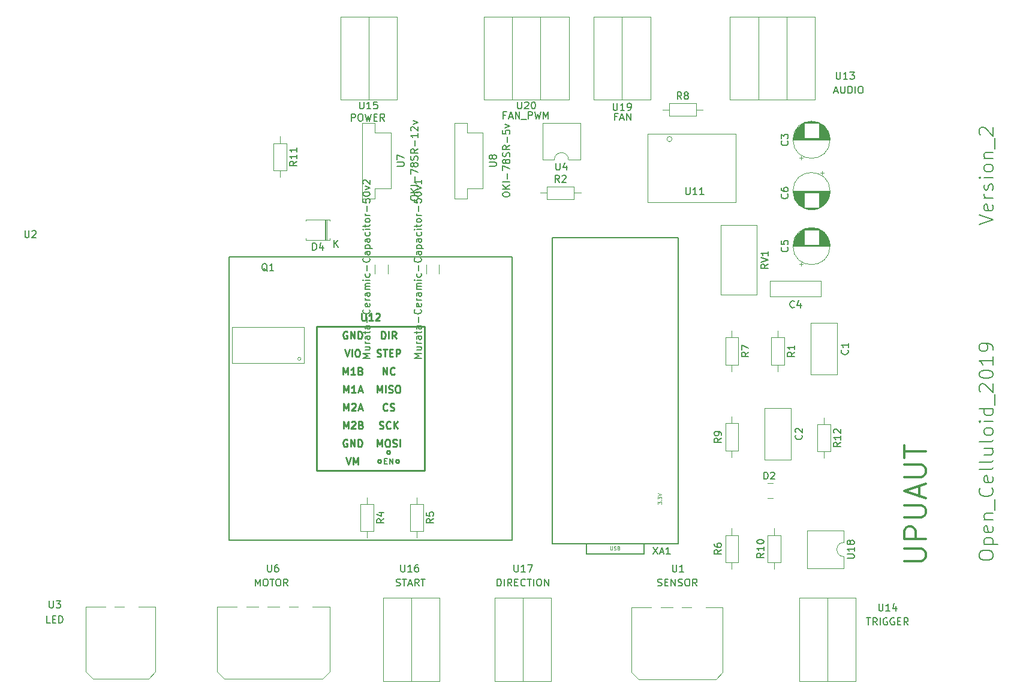
<source format=gbr>
G04 #@! TF.GenerationSoftware,KiCad,Pcbnew,(5.1.4)-1*
G04 #@! TF.CreationDate,2019-11-18T18:48:45+01:00*
G04 #@! TF.ProjectId,upuaut_2Nils,75707561-7574-45f3-924e-696c732e6b69,rev?*
G04 #@! TF.SameCoordinates,Original*
G04 #@! TF.FileFunction,Legend,Top*
G04 #@! TF.FilePolarity,Positive*
%FSLAX46Y46*%
G04 Gerber Fmt 4.6, Leading zero omitted, Abs format (unit mm)*
G04 Created by KiCad (PCBNEW (5.1.4)-1) date 2019-11-18 18:48:45*
%MOMM*%
%LPD*%
G04 APERTURE LIST*
%ADD10C,0.200000*%
%ADD11C,0.300000*%
%ADD12C,0.150000*%
%ADD13C,0.120000*%
%ADD14C,0.228600*%
%ADD15C,0.075000*%
%ADD16C,0.254000*%
%ADD17C,0.190500*%
G04 APERTURE END LIST*
D10*
X224404761Y-127509523D02*
X224404761Y-127128571D01*
X224500000Y-126938095D01*
X224690476Y-126747619D01*
X225071428Y-126652380D01*
X225738095Y-126652380D01*
X226119047Y-126747619D01*
X226309523Y-126938095D01*
X226404761Y-127128571D01*
X226404761Y-127509523D01*
X226309523Y-127700000D01*
X226119047Y-127890476D01*
X225738095Y-127985714D01*
X225071428Y-127985714D01*
X224690476Y-127890476D01*
X224500000Y-127700000D01*
X224404761Y-127509523D01*
X225071428Y-125795238D02*
X227071428Y-125795238D01*
X225166666Y-125795238D02*
X225071428Y-125604761D01*
X225071428Y-125223809D01*
X225166666Y-125033333D01*
X225261904Y-124938095D01*
X225452380Y-124842857D01*
X226023809Y-124842857D01*
X226214285Y-124938095D01*
X226309523Y-125033333D01*
X226404761Y-125223809D01*
X226404761Y-125604761D01*
X226309523Y-125795238D01*
X226309523Y-123223809D02*
X226404761Y-123414285D01*
X226404761Y-123795238D01*
X226309523Y-123985714D01*
X226119047Y-124080952D01*
X225357142Y-124080952D01*
X225166666Y-123985714D01*
X225071428Y-123795238D01*
X225071428Y-123414285D01*
X225166666Y-123223809D01*
X225357142Y-123128571D01*
X225547619Y-123128571D01*
X225738095Y-124080952D01*
X225071428Y-122271428D02*
X226404761Y-122271428D01*
X225261904Y-122271428D02*
X225166666Y-122176190D01*
X225071428Y-121985714D01*
X225071428Y-121700000D01*
X225166666Y-121509523D01*
X225357142Y-121414285D01*
X226404761Y-121414285D01*
X226595238Y-120938095D02*
X226595238Y-119414285D01*
X226214285Y-117795238D02*
X226309523Y-117890476D01*
X226404761Y-118176190D01*
X226404761Y-118366666D01*
X226309523Y-118652380D01*
X226119047Y-118842857D01*
X225928571Y-118938095D01*
X225547619Y-119033333D01*
X225261904Y-119033333D01*
X224880952Y-118938095D01*
X224690476Y-118842857D01*
X224500000Y-118652380D01*
X224404761Y-118366666D01*
X224404761Y-118176190D01*
X224500000Y-117890476D01*
X224595238Y-117795238D01*
X226309523Y-116176190D02*
X226404761Y-116366666D01*
X226404761Y-116747619D01*
X226309523Y-116938095D01*
X226119047Y-117033333D01*
X225357142Y-117033333D01*
X225166666Y-116938095D01*
X225071428Y-116747619D01*
X225071428Y-116366666D01*
X225166666Y-116176190D01*
X225357142Y-116080952D01*
X225547619Y-116080952D01*
X225738095Y-117033333D01*
X226404761Y-114938095D02*
X226309523Y-115128571D01*
X226119047Y-115223809D01*
X224404761Y-115223809D01*
X226404761Y-113890476D02*
X226309523Y-114080952D01*
X226119047Y-114176190D01*
X224404761Y-114176190D01*
X225071428Y-112271428D02*
X226404761Y-112271428D01*
X225071428Y-113128571D02*
X226119047Y-113128571D01*
X226309523Y-113033333D01*
X226404761Y-112842857D01*
X226404761Y-112557142D01*
X226309523Y-112366666D01*
X226214285Y-112271428D01*
X226404761Y-111033333D02*
X226309523Y-111223809D01*
X226119047Y-111319047D01*
X224404761Y-111319047D01*
X226404761Y-109985714D02*
X226309523Y-110176190D01*
X226214285Y-110271428D01*
X226023809Y-110366666D01*
X225452380Y-110366666D01*
X225261904Y-110271428D01*
X225166666Y-110176190D01*
X225071428Y-109985714D01*
X225071428Y-109700000D01*
X225166666Y-109509523D01*
X225261904Y-109414285D01*
X225452380Y-109319047D01*
X226023809Y-109319047D01*
X226214285Y-109414285D01*
X226309523Y-109509523D01*
X226404761Y-109700000D01*
X226404761Y-109985714D01*
X226404761Y-108461904D02*
X225071428Y-108461904D01*
X224404761Y-108461904D02*
X224500000Y-108557142D01*
X224595238Y-108461904D01*
X224500000Y-108366666D01*
X224404761Y-108461904D01*
X224595238Y-108461904D01*
X226404761Y-106652380D02*
X224404761Y-106652380D01*
X226309523Y-106652380D02*
X226404761Y-106842857D01*
X226404761Y-107223809D01*
X226309523Y-107414285D01*
X226214285Y-107509523D01*
X226023809Y-107604761D01*
X225452380Y-107604761D01*
X225261904Y-107509523D01*
X225166666Y-107414285D01*
X225071428Y-107223809D01*
X225071428Y-106842857D01*
X225166666Y-106652380D01*
X226595238Y-106176190D02*
X226595238Y-104652380D01*
X224595238Y-104271428D02*
X224500000Y-104176190D01*
X224404761Y-103985714D01*
X224404761Y-103509523D01*
X224500000Y-103319047D01*
X224595238Y-103223809D01*
X224785714Y-103128571D01*
X224976190Y-103128571D01*
X225261904Y-103223809D01*
X226404761Y-104366666D01*
X226404761Y-103128571D01*
X224404761Y-101890476D02*
X224404761Y-101700000D01*
X224500000Y-101509523D01*
X224595238Y-101414285D01*
X224785714Y-101319047D01*
X225166666Y-101223809D01*
X225642857Y-101223809D01*
X226023809Y-101319047D01*
X226214285Y-101414285D01*
X226309523Y-101509523D01*
X226404761Y-101700000D01*
X226404761Y-101890476D01*
X226309523Y-102080952D01*
X226214285Y-102176190D01*
X226023809Y-102271428D01*
X225642857Y-102366666D01*
X225166666Y-102366666D01*
X224785714Y-102271428D01*
X224595238Y-102176190D01*
X224500000Y-102080952D01*
X224404761Y-101890476D01*
X226404761Y-99319047D02*
X226404761Y-100461904D01*
X226404761Y-99890476D02*
X224404761Y-99890476D01*
X224690476Y-100080952D01*
X224880952Y-100271428D01*
X224976190Y-100461904D01*
X226404761Y-98366666D02*
X226404761Y-97985714D01*
X226309523Y-97795238D01*
X226214285Y-97700000D01*
X225928571Y-97509523D01*
X225547619Y-97414285D01*
X224785714Y-97414285D01*
X224595238Y-97509523D01*
X224500000Y-97604761D01*
X224404761Y-97795238D01*
X224404761Y-98176190D01*
X224500000Y-98366666D01*
X224595238Y-98461904D01*
X224785714Y-98557142D01*
X225261904Y-98557142D01*
X225452380Y-98461904D01*
X225547619Y-98366666D01*
X225642857Y-98176190D01*
X225642857Y-97795238D01*
X225547619Y-97604761D01*
X225452380Y-97509523D01*
X225261904Y-97414285D01*
X224404761Y-80652380D02*
X226404761Y-79985714D01*
X224404761Y-79319047D01*
X226309523Y-77890476D02*
X226404761Y-78080952D01*
X226404761Y-78461904D01*
X226309523Y-78652380D01*
X226119047Y-78747619D01*
X225357142Y-78747619D01*
X225166666Y-78652380D01*
X225071428Y-78461904D01*
X225071428Y-78080952D01*
X225166666Y-77890476D01*
X225357142Y-77795238D01*
X225547619Y-77795238D01*
X225738095Y-78747619D01*
X226404761Y-76938095D02*
X225071428Y-76938095D01*
X225452380Y-76938095D02*
X225261904Y-76842857D01*
X225166666Y-76747619D01*
X225071428Y-76557142D01*
X225071428Y-76366666D01*
X226309523Y-75795238D02*
X226404761Y-75604761D01*
X226404761Y-75223809D01*
X226309523Y-75033333D01*
X226119047Y-74938095D01*
X226023809Y-74938095D01*
X225833333Y-75033333D01*
X225738095Y-75223809D01*
X225738095Y-75509523D01*
X225642857Y-75700000D01*
X225452380Y-75795238D01*
X225357142Y-75795238D01*
X225166666Y-75700000D01*
X225071428Y-75509523D01*
X225071428Y-75223809D01*
X225166666Y-75033333D01*
X226404761Y-74080952D02*
X225071428Y-74080952D01*
X224404761Y-74080952D02*
X224500000Y-74176190D01*
X224595238Y-74080952D01*
X224500000Y-73985714D01*
X224404761Y-74080952D01*
X224595238Y-74080952D01*
X226404761Y-72842857D02*
X226309523Y-73033333D01*
X226214285Y-73128571D01*
X226023809Y-73223809D01*
X225452380Y-73223809D01*
X225261904Y-73128571D01*
X225166666Y-73033333D01*
X225071428Y-72842857D01*
X225071428Y-72557142D01*
X225166666Y-72366666D01*
X225261904Y-72271428D01*
X225452380Y-72176190D01*
X226023809Y-72176190D01*
X226214285Y-72271428D01*
X226309523Y-72366666D01*
X226404761Y-72557142D01*
X226404761Y-72842857D01*
X225071428Y-71319047D02*
X226404761Y-71319047D01*
X225261904Y-71319047D02*
X225166666Y-71223809D01*
X225071428Y-71033333D01*
X225071428Y-70747619D01*
X225166666Y-70557142D01*
X225357142Y-70461904D01*
X226404761Y-70461904D01*
X226595238Y-69985714D02*
X226595238Y-68461904D01*
X224595238Y-68080952D02*
X224500000Y-67985714D01*
X224404761Y-67795238D01*
X224404761Y-67319047D01*
X224500000Y-67128571D01*
X224595238Y-67033333D01*
X224785714Y-66938095D01*
X224976190Y-66938095D01*
X225261904Y-67033333D01*
X226404761Y-68176190D01*
X226404761Y-66938095D01*
D11*
X213857142Y-128128571D02*
X216285714Y-128128571D01*
X216571428Y-127985714D01*
X216714285Y-127842857D01*
X216857142Y-127557142D01*
X216857142Y-126985714D01*
X216714285Y-126700000D01*
X216571428Y-126557142D01*
X216285714Y-126414285D01*
X213857142Y-126414285D01*
X216857142Y-124985714D02*
X213857142Y-124985714D01*
X213857142Y-123842857D01*
X214000000Y-123557142D01*
X214142857Y-123414285D01*
X214428571Y-123271428D01*
X214857142Y-123271428D01*
X215142857Y-123414285D01*
X215285714Y-123557142D01*
X215428571Y-123842857D01*
X215428571Y-124985714D01*
X213857142Y-121985714D02*
X216285714Y-121985714D01*
X216571428Y-121842857D01*
X216714285Y-121700000D01*
X216857142Y-121414285D01*
X216857142Y-120842857D01*
X216714285Y-120557142D01*
X216571428Y-120414285D01*
X216285714Y-120271428D01*
X213857142Y-120271428D01*
X216000000Y-118985714D02*
X216000000Y-117557142D01*
X216857142Y-119271428D02*
X213857142Y-118271428D01*
X216857142Y-117271428D01*
X213857142Y-116271428D02*
X216285714Y-116271428D01*
X216571428Y-116128571D01*
X216714285Y-115985714D01*
X216857142Y-115700000D01*
X216857142Y-115128571D01*
X216714285Y-114842857D01*
X216571428Y-114700000D01*
X216285714Y-114557142D01*
X213857142Y-114557142D01*
X213857142Y-113557142D02*
X213857142Y-111842857D01*
X216857142Y-112700000D02*
X213857142Y-112700000D01*
D12*
X118500000Y-85200000D02*
X118500000Y-86200000D01*
X158500000Y-85200000D02*
X118500000Y-85200000D01*
X158500000Y-125200000D02*
X158500000Y-85200000D01*
X118500000Y-125200000D02*
X158500000Y-125200000D01*
X118500000Y-86200000D02*
X118500000Y-125200000D01*
D13*
X122648233Y-134610000D02*
X120951767Y-134610000D01*
X125648233Y-134610000D02*
X123951767Y-134610000D01*
X128290000Y-134610000D02*
X126951767Y-134610000D01*
X116865000Y-134610000D02*
X119648233Y-134610000D01*
X132735000Y-134610000D02*
X130310000Y-134610000D01*
X116865000Y-143730000D02*
X116865000Y-134610000D01*
X117865000Y-144730000D02*
X116865000Y-143730000D01*
X131735000Y-144730000D02*
X117865000Y-144730000D01*
X132735000Y-143730000D02*
X131735000Y-144730000D01*
X132735000Y-134610000D02*
X132735000Y-143730000D01*
X103690000Y-134610000D02*
X102351767Y-134610000D01*
X98265000Y-134610000D02*
X101048233Y-134610000D01*
X108135000Y-134610000D02*
X105710000Y-134610000D01*
X98265000Y-143730000D02*
X98265000Y-134610000D01*
X99265000Y-144730000D02*
X98265000Y-143730000D01*
X107135000Y-144730000D02*
X99265000Y-144730000D01*
X108135000Y-143730000D02*
X107135000Y-144730000D01*
X108135000Y-134610000D02*
X108135000Y-143730000D01*
X181148233Y-134710000D02*
X179451767Y-134710000D01*
X183790000Y-134710000D02*
X182451767Y-134710000D01*
X175365000Y-134710000D02*
X178148233Y-134710000D01*
X188235000Y-134710000D02*
X185810000Y-134710000D01*
X175365000Y-143830000D02*
X175365000Y-134710000D01*
X176365000Y-144830000D02*
X175365000Y-143830000D01*
X187235000Y-144830000D02*
X176365000Y-144830000D01*
X188235000Y-143830000D02*
X187235000Y-144830000D01*
X188235000Y-134710000D02*
X188235000Y-143830000D01*
X128663499Y-99605000D02*
G75*
G03X128663499Y-99605000I-218499J0D01*
G01*
X129080000Y-95160000D02*
X129080000Y-100240000D01*
X118920000Y-95160000D02*
X129080000Y-95160000D01*
X118920000Y-100240000D02*
X118920000Y-95160000D01*
X129080000Y-100240000D02*
X118920000Y-100240000D01*
X162500000Y-63050000D02*
X166500000Y-63050000D01*
X166500000Y-63050000D02*
X166500000Y-51350000D01*
X166500000Y-51350000D02*
X162500000Y-51350000D01*
X158500000Y-51350000D02*
X154500000Y-51350000D01*
X154500000Y-51350000D02*
X154500000Y-63050000D01*
X154500000Y-63050000D02*
X158550000Y-63050000D01*
X158500000Y-63050000D02*
X162500000Y-63050000D01*
X162500000Y-63050000D02*
X162500000Y-51350000D01*
X162500000Y-51350000D02*
X158500000Y-51350000D01*
X158500000Y-51350000D02*
X158500000Y-63050000D01*
D12*
X164110000Y-82520000D02*
X164110000Y-125700000D01*
X181890000Y-82520000D02*
X181890000Y-125700000D01*
X164110000Y-125700000D02*
X181890000Y-125700000D01*
X164110000Y-82520000D02*
X181890000Y-82520000D01*
X177064000Y-127150000D02*
X177064000Y-125700000D01*
X168936000Y-127150000D02*
X177064000Y-127150000D01*
X168936000Y-125700000D02*
X168936000Y-127150000D01*
D13*
X174000000Y-63050000D02*
X174000000Y-51350000D01*
X174000000Y-63050000D02*
X170000000Y-63050000D01*
X170000000Y-63050000D02*
X170000000Y-51350000D01*
X170000000Y-51350000D02*
X178000000Y-51350000D01*
X178000000Y-51350000D02*
X178000000Y-63050000D01*
X178000000Y-63050000D02*
X174000000Y-63050000D01*
X205330000Y-129160000D02*
X205330000Y-127510000D01*
X200130000Y-129160000D02*
X205330000Y-129160000D01*
X200130000Y-123860000D02*
X200130000Y-129160000D01*
X205330000Y-123860000D02*
X200130000Y-123860000D01*
X205330000Y-125510000D02*
X205330000Y-123860000D01*
X205330000Y-127510000D02*
G75*
G02X205330000Y-125510000I0J1000000D01*
G01*
X160000000Y-133350000D02*
X160000000Y-145050000D01*
X160000000Y-133350000D02*
X164000000Y-133350000D01*
X164000000Y-133350000D02*
X164000000Y-145050000D01*
X164000000Y-145050000D02*
X156000000Y-145050000D01*
X156000000Y-145050000D02*
X156000000Y-133350000D01*
X156000000Y-133350000D02*
X160000000Y-133350000D01*
X144250000Y-133350000D02*
X144250000Y-145050000D01*
X144250000Y-133350000D02*
X148250000Y-133350000D01*
X148250000Y-133350000D02*
X148250000Y-145050000D01*
X148250000Y-145050000D02*
X140250000Y-145050000D01*
X140250000Y-145050000D02*
X140250000Y-133350000D01*
X140250000Y-133350000D02*
X144250000Y-133350000D01*
X138250000Y-63050000D02*
X138250000Y-51350000D01*
X138250000Y-63050000D02*
X134250000Y-63050000D01*
X134250000Y-63050000D02*
X134250000Y-51350000D01*
X134250000Y-51350000D02*
X142250000Y-51350000D01*
X142250000Y-51350000D02*
X142250000Y-63050000D01*
X142250000Y-63050000D02*
X138250000Y-63050000D01*
X203000000Y-133350000D02*
X203000000Y-145050000D01*
X203000000Y-133350000D02*
X207000000Y-133350000D01*
X207000000Y-133350000D02*
X207000000Y-145050000D01*
X207000000Y-145050000D02*
X199000000Y-145050000D01*
X199000000Y-145050000D02*
X199000000Y-133350000D01*
X199000000Y-133350000D02*
X203000000Y-133350000D01*
X197250000Y-63050000D02*
X201250000Y-63050000D01*
X201250000Y-63050000D02*
X201250000Y-51350000D01*
X201250000Y-51350000D02*
X197250000Y-51350000D01*
X193250000Y-51350000D02*
X189250000Y-51350000D01*
X189250000Y-51350000D02*
X189250000Y-63050000D01*
X189250000Y-63050000D02*
X193300000Y-63050000D01*
X193250000Y-63050000D02*
X197250000Y-63050000D01*
X197250000Y-63050000D02*
X197250000Y-51350000D01*
X197250000Y-51350000D02*
X193250000Y-51350000D01*
X193250000Y-51350000D02*
X193250000Y-63050000D01*
D14*
X141294000Y-112820000D02*
G75*
G03X141294000Y-112820000I-254000J0D01*
G01*
X140024000Y-114090000D02*
G75*
G03X140024000Y-114090000I-254000J0D01*
G01*
X142564000Y-114090000D02*
G75*
G03X142564000Y-114090000I-254000J0D01*
G01*
X130880000Y-95040000D02*
X130880000Y-115360000D01*
X130880000Y-115360000D02*
X146120000Y-115360000D01*
X146120000Y-115360000D02*
X146120000Y-95040000D01*
X146120000Y-95040000D02*
X130880000Y-95040000D01*
D13*
X181057210Y-68616000D02*
G75*
G03X181057210Y-68616000I-359210J0D01*
G01*
X190096000Y-67854000D02*
X177650000Y-67854000D01*
X190096000Y-77506000D02*
X190096000Y-67854000D01*
X177650000Y-77506000D02*
X190096000Y-77506000D01*
X177650000Y-67854000D02*
X177650000Y-77506000D01*
X152110000Y-75600000D02*
X152110000Y-76990000D01*
X154350000Y-75600000D02*
X152110000Y-75600000D01*
X154350000Y-67720000D02*
X154350000Y-75600000D01*
X152110000Y-67720000D02*
X154350000Y-67720000D01*
X152110000Y-66320000D02*
X152110000Y-67720000D01*
X152100000Y-66320000D02*
X150330000Y-66320000D01*
X150330000Y-66320000D02*
X150330000Y-76990000D01*
X150330000Y-76990000D02*
X152110000Y-76990000D01*
X139110000Y-75600000D02*
X139110000Y-76990000D01*
X141350000Y-75600000D02*
X139110000Y-75600000D01*
X141350000Y-67720000D02*
X141350000Y-75600000D01*
X139110000Y-67720000D02*
X141350000Y-67720000D01*
X139110000Y-66320000D02*
X139110000Y-67720000D01*
X139100000Y-66320000D02*
X137330000Y-66320000D01*
X137330000Y-66320000D02*
X137330000Y-76990000D01*
X137330000Y-76990000D02*
X139110000Y-76990000D01*
X162790000Y-71530000D02*
X164440000Y-71530000D01*
X162790000Y-66330000D02*
X162790000Y-71530000D01*
X168090000Y-66330000D02*
X162790000Y-66330000D01*
X168090000Y-71530000D02*
X168090000Y-66330000D01*
X166440000Y-71530000D02*
X168090000Y-71530000D01*
X164440000Y-71530000D02*
G75*
G02X166440000Y-71530000I1000000J0D01*
G01*
X193030000Y-90545000D02*
X187960000Y-90545000D01*
X193030000Y-80775000D02*
X187960000Y-80775000D01*
X187960000Y-80775000D02*
X187960000Y-90545000D01*
X193030000Y-80775000D02*
X193030000Y-90545000D01*
X202500000Y-113630000D02*
X202500000Y-112680000D01*
X202500000Y-107890000D02*
X202500000Y-108840000D01*
X203420000Y-112680000D02*
X203420000Y-108840000D01*
X201580000Y-112680000D02*
X203420000Y-112680000D01*
X201580000Y-108840000D02*
X201580000Y-112680000D01*
X203420000Y-108840000D02*
X201580000Y-108840000D01*
X125700000Y-73980000D02*
X125700000Y-73030000D01*
X125700000Y-68240000D02*
X125700000Y-69190000D01*
X126620000Y-73030000D02*
X126620000Y-69190000D01*
X124780000Y-73030000D02*
X126620000Y-73030000D01*
X124780000Y-69190000D02*
X124780000Y-73030000D01*
X126620000Y-69190000D02*
X124780000Y-69190000D01*
X195500000Y-123520000D02*
X195500000Y-124470000D01*
X195500000Y-129260000D02*
X195500000Y-128310000D01*
X194580000Y-124470000D02*
X194580000Y-128310000D01*
X196420000Y-124470000D02*
X194580000Y-124470000D01*
X196420000Y-128310000D02*
X196420000Y-124470000D01*
X194580000Y-128310000D02*
X196420000Y-128310000D01*
X189500000Y-107770000D02*
X189500000Y-108720000D01*
X189500000Y-113510000D02*
X189500000Y-112560000D01*
X188580000Y-108720000D02*
X188580000Y-112560000D01*
X190420000Y-108720000D02*
X188580000Y-108720000D01*
X190420000Y-112560000D02*
X190420000Y-108720000D01*
X188580000Y-112560000D02*
X190420000Y-112560000D01*
X185430000Y-64450000D02*
X184480000Y-64450000D01*
X179690000Y-64450000D02*
X180640000Y-64450000D01*
X184480000Y-63530000D02*
X180640000Y-63530000D01*
X184480000Y-65370000D02*
X184480000Y-63530000D01*
X180640000Y-65370000D02*
X184480000Y-65370000D01*
X180640000Y-63530000D02*
X180640000Y-65370000D01*
X189500000Y-101380000D02*
X189500000Y-100430000D01*
X189500000Y-95640000D02*
X189500000Y-96590000D01*
X190420000Y-100430000D02*
X190420000Y-96590000D01*
X188580000Y-100430000D02*
X190420000Y-100430000D01*
X188580000Y-96590000D02*
X188580000Y-100430000D01*
X190420000Y-96590000D02*
X188580000Y-96590000D01*
X189500000Y-123520000D02*
X189500000Y-124470000D01*
X189500000Y-129260000D02*
X189500000Y-128310000D01*
X188580000Y-124470000D02*
X188580000Y-128310000D01*
X190420000Y-124470000D02*
X188580000Y-124470000D01*
X190420000Y-128310000D02*
X190420000Y-124470000D01*
X188580000Y-128310000D02*
X190420000Y-128310000D01*
X145000000Y-124880000D02*
X145000000Y-123930000D01*
X145000000Y-119140000D02*
X145000000Y-120090000D01*
X145920000Y-123930000D02*
X145920000Y-120090000D01*
X144080000Y-123930000D02*
X145920000Y-123930000D01*
X144080000Y-120090000D02*
X144080000Y-123930000D01*
X145920000Y-120090000D02*
X144080000Y-120090000D01*
X138000000Y-124880000D02*
X138000000Y-123930000D01*
X138000000Y-119140000D02*
X138000000Y-120090000D01*
X138920000Y-123930000D02*
X138920000Y-120090000D01*
X137080000Y-123930000D02*
X138920000Y-123930000D01*
X137080000Y-120090000D02*
X137080000Y-123930000D01*
X138920000Y-120090000D02*
X137080000Y-120090000D01*
X168180000Y-76200000D02*
X167230000Y-76200000D01*
X162440000Y-76200000D02*
X163390000Y-76200000D01*
X167230000Y-75280000D02*
X163390000Y-75280000D01*
X167230000Y-77120000D02*
X167230000Y-75280000D01*
X163390000Y-77120000D02*
X167230000Y-77120000D01*
X163390000Y-75280000D02*
X163390000Y-77120000D01*
X196000000Y-101380000D02*
X196000000Y-100430000D01*
X196000000Y-95640000D02*
X196000000Y-96590000D01*
X196920000Y-100430000D02*
X196920000Y-96590000D01*
X195080000Y-100430000D02*
X196920000Y-100430000D01*
X195080000Y-96590000D02*
X195080000Y-100430000D01*
X196920000Y-96590000D02*
X195080000Y-96590000D01*
X140920000Y-87579000D02*
X140920000Y-86321000D01*
X139080000Y-87579000D02*
X139080000Y-86321000D01*
X148170000Y-87579000D02*
X148170000Y-86321000D01*
X146330000Y-87579000D02*
X146330000Y-86321000D01*
X132300000Y-82820000D02*
X132300000Y-79980000D01*
X132060000Y-82820000D02*
X132060000Y-79980000D01*
X132180000Y-82820000D02*
X132180000Y-79980000D01*
X129340000Y-79980000D02*
X129340000Y-80160000D01*
X132780000Y-79980000D02*
X129340000Y-79980000D01*
X132780000Y-80160000D02*
X132780000Y-79980000D01*
X129340000Y-82820000D02*
X129340000Y-82640000D01*
X132780000Y-82820000D02*
X129340000Y-82820000D01*
X132780000Y-82640000D02*
X132780000Y-82820000D01*
X194580000Y-119260000D02*
X195311000Y-119260000D01*
X194580000Y-117140000D02*
X195311000Y-117140000D01*
X202475000Y-73395225D02*
X201975000Y-73395225D01*
X202225000Y-73145225D02*
X202225000Y-73645225D01*
X201034000Y-78551000D02*
X200466000Y-78551000D01*
X201268000Y-78511000D02*
X200232000Y-78511000D01*
X201427000Y-78471000D02*
X200073000Y-78471000D01*
X201555000Y-78431000D02*
X199945000Y-78431000D01*
X201665000Y-78391000D02*
X199835000Y-78391000D01*
X201761000Y-78351000D02*
X199739000Y-78351000D01*
X201848000Y-78311000D02*
X199652000Y-78311000D01*
X201928000Y-78271000D02*
X199572000Y-78271000D01*
X199710000Y-78231000D02*
X199499000Y-78231000D01*
X202001000Y-78231000D02*
X201790000Y-78231000D01*
X199710000Y-78191000D02*
X199431000Y-78191000D01*
X202069000Y-78191000D02*
X201790000Y-78191000D01*
X199710000Y-78151000D02*
X199367000Y-78151000D01*
X202133000Y-78151000D02*
X201790000Y-78151000D01*
X199710000Y-78111000D02*
X199307000Y-78111000D01*
X202193000Y-78111000D02*
X201790000Y-78111000D01*
X199710000Y-78071000D02*
X199250000Y-78071000D01*
X202250000Y-78071000D02*
X201790000Y-78071000D01*
X199710000Y-78031000D02*
X199196000Y-78031000D01*
X202304000Y-78031000D02*
X201790000Y-78031000D01*
X199710000Y-77991000D02*
X199145000Y-77991000D01*
X202355000Y-77991000D02*
X201790000Y-77991000D01*
X199710000Y-77951000D02*
X199097000Y-77951000D01*
X202403000Y-77951000D02*
X201790000Y-77951000D01*
X199710000Y-77911000D02*
X199051000Y-77911000D01*
X202449000Y-77911000D02*
X201790000Y-77911000D01*
X199710000Y-77871000D02*
X199007000Y-77871000D01*
X202493000Y-77871000D02*
X201790000Y-77871000D01*
X199710000Y-77831000D02*
X198965000Y-77831000D01*
X202535000Y-77831000D02*
X201790000Y-77831000D01*
X199710000Y-77791000D02*
X198924000Y-77791000D01*
X202576000Y-77791000D02*
X201790000Y-77791000D01*
X199710000Y-77751000D02*
X198886000Y-77751000D01*
X202614000Y-77751000D02*
X201790000Y-77751000D01*
X199710000Y-77711000D02*
X198849000Y-77711000D01*
X202651000Y-77711000D02*
X201790000Y-77711000D01*
X199710000Y-77671000D02*
X198813000Y-77671000D01*
X202687000Y-77671000D02*
X201790000Y-77671000D01*
X199710000Y-77631000D02*
X198779000Y-77631000D01*
X202721000Y-77631000D02*
X201790000Y-77631000D01*
X199710000Y-77591000D02*
X198746000Y-77591000D01*
X202754000Y-77591000D02*
X201790000Y-77591000D01*
X199710000Y-77551000D02*
X198715000Y-77551000D01*
X202785000Y-77551000D02*
X201790000Y-77551000D01*
X199710000Y-77511000D02*
X198685000Y-77511000D01*
X202815000Y-77511000D02*
X201790000Y-77511000D01*
X199710000Y-77471000D02*
X198655000Y-77471000D01*
X202845000Y-77471000D02*
X201790000Y-77471000D01*
X199710000Y-77431000D02*
X198628000Y-77431000D01*
X202872000Y-77431000D02*
X201790000Y-77431000D01*
X199710000Y-77391000D02*
X198601000Y-77391000D01*
X202899000Y-77391000D02*
X201790000Y-77391000D01*
X199710000Y-77351000D02*
X198575000Y-77351000D01*
X202925000Y-77351000D02*
X201790000Y-77351000D01*
X199710000Y-77311000D02*
X198550000Y-77311000D01*
X202950000Y-77311000D02*
X201790000Y-77311000D01*
X199710000Y-77271000D02*
X198526000Y-77271000D01*
X202974000Y-77271000D02*
X201790000Y-77271000D01*
X199710000Y-77231000D02*
X198503000Y-77231000D01*
X202997000Y-77231000D02*
X201790000Y-77231000D01*
X199710000Y-77191000D02*
X198482000Y-77191000D01*
X203018000Y-77191000D02*
X201790000Y-77191000D01*
X199710000Y-77151000D02*
X198460000Y-77151000D01*
X203040000Y-77151000D02*
X201790000Y-77151000D01*
X199710000Y-77111000D02*
X198440000Y-77111000D01*
X203060000Y-77111000D02*
X201790000Y-77111000D01*
X199710000Y-77071000D02*
X198421000Y-77071000D01*
X203079000Y-77071000D02*
X201790000Y-77071000D01*
X199710000Y-77031000D02*
X198402000Y-77031000D01*
X203098000Y-77031000D02*
X201790000Y-77031000D01*
X199710000Y-76991000D02*
X198385000Y-76991000D01*
X203115000Y-76991000D02*
X201790000Y-76991000D01*
X199710000Y-76951000D02*
X198368000Y-76951000D01*
X203132000Y-76951000D02*
X201790000Y-76951000D01*
X199710000Y-76911000D02*
X198352000Y-76911000D01*
X203148000Y-76911000D02*
X201790000Y-76911000D01*
X199710000Y-76871000D02*
X198336000Y-76871000D01*
X203164000Y-76871000D02*
X201790000Y-76871000D01*
X199710000Y-76831000D02*
X198322000Y-76831000D01*
X203178000Y-76831000D02*
X201790000Y-76831000D01*
X199710000Y-76791000D02*
X198308000Y-76791000D01*
X203192000Y-76791000D02*
X201790000Y-76791000D01*
X199710000Y-76751000D02*
X198295000Y-76751000D01*
X203205000Y-76751000D02*
X201790000Y-76751000D01*
X199710000Y-76711000D02*
X198282000Y-76711000D01*
X203218000Y-76711000D02*
X201790000Y-76711000D01*
X199710000Y-76671000D02*
X198270000Y-76671000D01*
X203230000Y-76671000D02*
X201790000Y-76671000D01*
X199710000Y-76630000D02*
X198259000Y-76630000D01*
X203241000Y-76630000D02*
X201790000Y-76630000D01*
X199710000Y-76590000D02*
X198249000Y-76590000D01*
X203251000Y-76590000D02*
X201790000Y-76590000D01*
X199710000Y-76550000D02*
X198239000Y-76550000D01*
X203261000Y-76550000D02*
X201790000Y-76550000D01*
X199710000Y-76510000D02*
X198230000Y-76510000D01*
X203270000Y-76510000D02*
X201790000Y-76510000D01*
X199710000Y-76470000D02*
X198222000Y-76470000D01*
X203278000Y-76470000D02*
X201790000Y-76470000D01*
X199710000Y-76430000D02*
X198214000Y-76430000D01*
X203286000Y-76430000D02*
X201790000Y-76430000D01*
X199710000Y-76390000D02*
X198207000Y-76390000D01*
X203293000Y-76390000D02*
X201790000Y-76390000D01*
X199710000Y-76350000D02*
X198200000Y-76350000D01*
X203300000Y-76350000D02*
X201790000Y-76350000D01*
X199710000Y-76310000D02*
X198194000Y-76310000D01*
X203306000Y-76310000D02*
X201790000Y-76310000D01*
X199710000Y-76270000D02*
X198189000Y-76270000D01*
X203311000Y-76270000D02*
X201790000Y-76270000D01*
X199710000Y-76230000D02*
X198185000Y-76230000D01*
X203315000Y-76230000D02*
X201790000Y-76230000D01*
X199710000Y-76190000D02*
X198181000Y-76190000D01*
X203319000Y-76190000D02*
X201790000Y-76190000D01*
X203323000Y-76150000D02*
X198177000Y-76150000D01*
X203326000Y-76110000D02*
X198174000Y-76110000D01*
X203328000Y-76070000D02*
X198172000Y-76070000D01*
X203329000Y-76030000D02*
X198171000Y-76030000D01*
X203330000Y-75990000D02*
X198170000Y-75990000D01*
X203330000Y-75950000D02*
X198170000Y-75950000D01*
X203370000Y-75950000D02*
G75*
G03X203370000Y-75950000I-2620000J0D01*
G01*
X199025000Y-86254775D02*
X199525000Y-86254775D01*
X199275000Y-86504775D02*
X199275000Y-86004775D01*
X200466000Y-81099000D02*
X201034000Y-81099000D01*
X200232000Y-81139000D02*
X201268000Y-81139000D01*
X200073000Y-81179000D02*
X201427000Y-81179000D01*
X199945000Y-81219000D02*
X201555000Y-81219000D01*
X199835000Y-81259000D02*
X201665000Y-81259000D01*
X199739000Y-81299000D02*
X201761000Y-81299000D01*
X199652000Y-81339000D02*
X201848000Y-81339000D01*
X199572000Y-81379000D02*
X201928000Y-81379000D01*
X201790000Y-81419000D02*
X202001000Y-81419000D01*
X199499000Y-81419000D02*
X199710000Y-81419000D01*
X201790000Y-81459000D02*
X202069000Y-81459000D01*
X199431000Y-81459000D02*
X199710000Y-81459000D01*
X201790000Y-81499000D02*
X202133000Y-81499000D01*
X199367000Y-81499000D02*
X199710000Y-81499000D01*
X201790000Y-81539000D02*
X202193000Y-81539000D01*
X199307000Y-81539000D02*
X199710000Y-81539000D01*
X201790000Y-81579000D02*
X202250000Y-81579000D01*
X199250000Y-81579000D02*
X199710000Y-81579000D01*
X201790000Y-81619000D02*
X202304000Y-81619000D01*
X199196000Y-81619000D02*
X199710000Y-81619000D01*
X201790000Y-81659000D02*
X202355000Y-81659000D01*
X199145000Y-81659000D02*
X199710000Y-81659000D01*
X201790000Y-81699000D02*
X202403000Y-81699000D01*
X199097000Y-81699000D02*
X199710000Y-81699000D01*
X201790000Y-81739000D02*
X202449000Y-81739000D01*
X199051000Y-81739000D02*
X199710000Y-81739000D01*
X201790000Y-81779000D02*
X202493000Y-81779000D01*
X199007000Y-81779000D02*
X199710000Y-81779000D01*
X201790000Y-81819000D02*
X202535000Y-81819000D01*
X198965000Y-81819000D02*
X199710000Y-81819000D01*
X201790000Y-81859000D02*
X202576000Y-81859000D01*
X198924000Y-81859000D02*
X199710000Y-81859000D01*
X201790000Y-81899000D02*
X202614000Y-81899000D01*
X198886000Y-81899000D02*
X199710000Y-81899000D01*
X201790000Y-81939000D02*
X202651000Y-81939000D01*
X198849000Y-81939000D02*
X199710000Y-81939000D01*
X201790000Y-81979000D02*
X202687000Y-81979000D01*
X198813000Y-81979000D02*
X199710000Y-81979000D01*
X201790000Y-82019000D02*
X202721000Y-82019000D01*
X198779000Y-82019000D02*
X199710000Y-82019000D01*
X201790000Y-82059000D02*
X202754000Y-82059000D01*
X198746000Y-82059000D02*
X199710000Y-82059000D01*
X201790000Y-82099000D02*
X202785000Y-82099000D01*
X198715000Y-82099000D02*
X199710000Y-82099000D01*
X201790000Y-82139000D02*
X202815000Y-82139000D01*
X198685000Y-82139000D02*
X199710000Y-82139000D01*
X201790000Y-82179000D02*
X202845000Y-82179000D01*
X198655000Y-82179000D02*
X199710000Y-82179000D01*
X201790000Y-82219000D02*
X202872000Y-82219000D01*
X198628000Y-82219000D02*
X199710000Y-82219000D01*
X201790000Y-82259000D02*
X202899000Y-82259000D01*
X198601000Y-82259000D02*
X199710000Y-82259000D01*
X201790000Y-82299000D02*
X202925000Y-82299000D01*
X198575000Y-82299000D02*
X199710000Y-82299000D01*
X201790000Y-82339000D02*
X202950000Y-82339000D01*
X198550000Y-82339000D02*
X199710000Y-82339000D01*
X201790000Y-82379000D02*
X202974000Y-82379000D01*
X198526000Y-82379000D02*
X199710000Y-82379000D01*
X201790000Y-82419000D02*
X202997000Y-82419000D01*
X198503000Y-82419000D02*
X199710000Y-82419000D01*
X201790000Y-82459000D02*
X203018000Y-82459000D01*
X198482000Y-82459000D02*
X199710000Y-82459000D01*
X201790000Y-82499000D02*
X203040000Y-82499000D01*
X198460000Y-82499000D02*
X199710000Y-82499000D01*
X201790000Y-82539000D02*
X203060000Y-82539000D01*
X198440000Y-82539000D02*
X199710000Y-82539000D01*
X201790000Y-82579000D02*
X203079000Y-82579000D01*
X198421000Y-82579000D02*
X199710000Y-82579000D01*
X201790000Y-82619000D02*
X203098000Y-82619000D01*
X198402000Y-82619000D02*
X199710000Y-82619000D01*
X201790000Y-82659000D02*
X203115000Y-82659000D01*
X198385000Y-82659000D02*
X199710000Y-82659000D01*
X201790000Y-82699000D02*
X203132000Y-82699000D01*
X198368000Y-82699000D02*
X199710000Y-82699000D01*
X201790000Y-82739000D02*
X203148000Y-82739000D01*
X198352000Y-82739000D02*
X199710000Y-82739000D01*
X201790000Y-82779000D02*
X203164000Y-82779000D01*
X198336000Y-82779000D02*
X199710000Y-82779000D01*
X201790000Y-82819000D02*
X203178000Y-82819000D01*
X198322000Y-82819000D02*
X199710000Y-82819000D01*
X201790000Y-82859000D02*
X203192000Y-82859000D01*
X198308000Y-82859000D02*
X199710000Y-82859000D01*
X201790000Y-82899000D02*
X203205000Y-82899000D01*
X198295000Y-82899000D02*
X199710000Y-82899000D01*
X201790000Y-82939000D02*
X203218000Y-82939000D01*
X198282000Y-82939000D02*
X199710000Y-82939000D01*
X201790000Y-82979000D02*
X203230000Y-82979000D01*
X198270000Y-82979000D02*
X199710000Y-82979000D01*
X201790000Y-83020000D02*
X203241000Y-83020000D01*
X198259000Y-83020000D02*
X199710000Y-83020000D01*
X201790000Y-83060000D02*
X203251000Y-83060000D01*
X198249000Y-83060000D02*
X199710000Y-83060000D01*
X201790000Y-83100000D02*
X203261000Y-83100000D01*
X198239000Y-83100000D02*
X199710000Y-83100000D01*
X201790000Y-83140000D02*
X203270000Y-83140000D01*
X198230000Y-83140000D02*
X199710000Y-83140000D01*
X201790000Y-83180000D02*
X203278000Y-83180000D01*
X198222000Y-83180000D02*
X199710000Y-83180000D01*
X201790000Y-83220000D02*
X203286000Y-83220000D01*
X198214000Y-83220000D02*
X199710000Y-83220000D01*
X201790000Y-83260000D02*
X203293000Y-83260000D01*
X198207000Y-83260000D02*
X199710000Y-83260000D01*
X201790000Y-83300000D02*
X203300000Y-83300000D01*
X198200000Y-83300000D02*
X199710000Y-83300000D01*
X201790000Y-83340000D02*
X203306000Y-83340000D01*
X198194000Y-83340000D02*
X199710000Y-83340000D01*
X201790000Y-83380000D02*
X203311000Y-83380000D01*
X198189000Y-83380000D02*
X199710000Y-83380000D01*
X201790000Y-83420000D02*
X203315000Y-83420000D01*
X198185000Y-83420000D02*
X199710000Y-83420000D01*
X201790000Y-83460000D02*
X203319000Y-83460000D01*
X198181000Y-83460000D02*
X199710000Y-83460000D01*
X198177000Y-83500000D02*
X203323000Y-83500000D01*
X198174000Y-83540000D02*
X203326000Y-83540000D01*
X198172000Y-83580000D02*
X203328000Y-83580000D01*
X198171000Y-83620000D02*
X203329000Y-83620000D01*
X198170000Y-83660000D02*
X203330000Y-83660000D01*
X198170000Y-83700000D02*
X203330000Y-83700000D01*
X203370000Y-83700000D02*
G75*
G03X203370000Y-83700000I-2620000J0D01*
G01*
X194880000Y-90820000D02*
X194880000Y-88580000D01*
X202120000Y-90820000D02*
X202120000Y-88580000D01*
X202120000Y-88580000D02*
X194880000Y-88580000D01*
X202120000Y-90820000D02*
X194880000Y-90820000D01*
X199025000Y-71254775D02*
X199525000Y-71254775D01*
X199275000Y-71504775D02*
X199275000Y-71004775D01*
X200466000Y-66099000D02*
X201034000Y-66099000D01*
X200232000Y-66139000D02*
X201268000Y-66139000D01*
X200073000Y-66179000D02*
X201427000Y-66179000D01*
X199945000Y-66219000D02*
X201555000Y-66219000D01*
X199835000Y-66259000D02*
X201665000Y-66259000D01*
X199739000Y-66299000D02*
X201761000Y-66299000D01*
X199652000Y-66339000D02*
X201848000Y-66339000D01*
X199572000Y-66379000D02*
X201928000Y-66379000D01*
X201790000Y-66419000D02*
X202001000Y-66419000D01*
X199499000Y-66419000D02*
X199710000Y-66419000D01*
X201790000Y-66459000D02*
X202069000Y-66459000D01*
X199431000Y-66459000D02*
X199710000Y-66459000D01*
X201790000Y-66499000D02*
X202133000Y-66499000D01*
X199367000Y-66499000D02*
X199710000Y-66499000D01*
X201790000Y-66539000D02*
X202193000Y-66539000D01*
X199307000Y-66539000D02*
X199710000Y-66539000D01*
X201790000Y-66579000D02*
X202250000Y-66579000D01*
X199250000Y-66579000D02*
X199710000Y-66579000D01*
X201790000Y-66619000D02*
X202304000Y-66619000D01*
X199196000Y-66619000D02*
X199710000Y-66619000D01*
X201790000Y-66659000D02*
X202355000Y-66659000D01*
X199145000Y-66659000D02*
X199710000Y-66659000D01*
X201790000Y-66699000D02*
X202403000Y-66699000D01*
X199097000Y-66699000D02*
X199710000Y-66699000D01*
X201790000Y-66739000D02*
X202449000Y-66739000D01*
X199051000Y-66739000D02*
X199710000Y-66739000D01*
X201790000Y-66779000D02*
X202493000Y-66779000D01*
X199007000Y-66779000D02*
X199710000Y-66779000D01*
X201790000Y-66819000D02*
X202535000Y-66819000D01*
X198965000Y-66819000D02*
X199710000Y-66819000D01*
X201790000Y-66859000D02*
X202576000Y-66859000D01*
X198924000Y-66859000D02*
X199710000Y-66859000D01*
X201790000Y-66899000D02*
X202614000Y-66899000D01*
X198886000Y-66899000D02*
X199710000Y-66899000D01*
X201790000Y-66939000D02*
X202651000Y-66939000D01*
X198849000Y-66939000D02*
X199710000Y-66939000D01*
X201790000Y-66979000D02*
X202687000Y-66979000D01*
X198813000Y-66979000D02*
X199710000Y-66979000D01*
X201790000Y-67019000D02*
X202721000Y-67019000D01*
X198779000Y-67019000D02*
X199710000Y-67019000D01*
X201790000Y-67059000D02*
X202754000Y-67059000D01*
X198746000Y-67059000D02*
X199710000Y-67059000D01*
X201790000Y-67099000D02*
X202785000Y-67099000D01*
X198715000Y-67099000D02*
X199710000Y-67099000D01*
X201790000Y-67139000D02*
X202815000Y-67139000D01*
X198685000Y-67139000D02*
X199710000Y-67139000D01*
X201790000Y-67179000D02*
X202845000Y-67179000D01*
X198655000Y-67179000D02*
X199710000Y-67179000D01*
X201790000Y-67219000D02*
X202872000Y-67219000D01*
X198628000Y-67219000D02*
X199710000Y-67219000D01*
X201790000Y-67259000D02*
X202899000Y-67259000D01*
X198601000Y-67259000D02*
X199710000Y-67259000D01*
X201790000Y-67299000D02*
X202925000Y-67299000D01*
X198575000Y-67299000D02*
X199710000Y-67299000D01*
X201790000Y-67339000D02*
X202950000Y-67339000D01*
X198550000Y-67339000D02*
X199710000Y-67339000D01*
X201790000Y-67379000D02*
X202974000Y-67379000D01*
X198526000Y-67379000D02*
X199710000Y-67379000D01*
X201790000Y-67419000D02*
X202997000Y-67419000D01*
X198503000Y-67419000D02*
X199710000Y-67419000D01*
X201790000Y-67459000D02*
X203018000Y-67459000D01*
X198482000Y-67459000D02*
X199710000Y-67459000D01*
X201790000Y-67499000D02*
X203040000Y-67499000D01*
X198460000Y-67499000D02*
X199710000Y-67499000D01*
X201790000Y-67539000D02*
X203060000Y-67539000D01*
X198440000Y-67539000D02*
X199710000Y-67539000D01*
X201790000Y-67579000D02*
X203079000Y-67579000D01*
X198421000Y-67579000D02*
X199710000Y-67579000D01*
X201790000Y-67619000D02*
X203098000Y-67619000D01*
X198402000Y-67619000D02*
X199710000Y-67619000D01*
X201790000Y-67659000D02*
X203115000Y-67659000D01*
X198385000Y-67659000D02*
X199710000Y-67659000D01*
X201790000Y-67699000D02*
X203132000Y-67699000D01*
X198368000Y-67699000D02*
X199710000Y-67699000D01*
X201790000Y-67739000D02*
X203148000Y-67739000D01*
X198352000Y-67739000D02*
X199710000Y-67739000D01*
X201790000Y-67779000D02*
X203164000Y-67779000D01*
X198336000Y-67779000D02*
X199710000Y-67779000D01*
X201790000Y-67819000D02*
X203178000Y-67819000D01*
X198322000Y-67819000D02*
X199710000Y-67819000D01*
X201790000Y-67859000D02*
X203192000Y-67859000D01*
X198308000Y-67859000D02*
X199710000Y-67859000D01*
X201790000Y-67899000D02*
X203205000Y-67899000D01*
X198295000Y-67899000D02*
X199710000Y-67899000D01*
X201790000Y-67939000D02*
X203218000Y-67939000D01*
X198282000Y-67939000D02*
X199710000Y-67939000D01*
X201790000Y-67979000D02*
X203230000Y-67979000D01*
X198270000Y-67979000D02*
X199710000Y-67979000D01*
X201790000Y-68020000D02*
X203241000Y-68020000D01*
X198259000Y-68020000D02*
X199710000Y-68020000D01*
X201790000Y-68060000D02*
X203251000Y-68060000D01*
X198249000Y-68060000D02*
X199710000Y-68060000D01*
X201790000Y-68100000D02*
X203261000Y-68100000D01*
X198239000Y-68100000D02*
X199710000Y-68100000D01*
X201790000Y-68140000D02*
X203270000Y-68140000D01*
X198230000Y-68140000D02*
X199710000Y-68140000D01*
X201790000Y-68180000D02*
X203278000Y-68180000D01*
X198222000Y-68180000D02*
X199710000Y-68180000D01*
X201790000Y-68220000D02*
X203286000Y-68220000D01*
X198214000Y-68220000D02*
X199710000Y-68220000D01*
X201790000Y-68260000D02*
X203293000Y-68260000D01*
X198207000Y-68260000D02*
X199710000Y-68260000D01*
X201790000Y-68300000D02*
X203300000Y-68300000D01*
X198200000Y-68300000D02*
X199710000Y-68300000D01*
X201790000Y-68340000D02*
X203306000Y-68340000D01*
X198194000Y-68340000D02*
X199710000Y-68340000D01*
X201790000Y-68380000D02*
X203311000Y-68380000D01*
X198189000Y-68380000D02*
X199710000Y-68380000D01*
X201790000Y-68420000D02*
X203315000Y-68420000D01*
X198185000Y-68420000D02*
X199710000Y-68420000D01*
X201790000Y-68460000D02*
X203319000Y-68460000D01*
X198181000Y-68460000D02*
X199710000Y-68460000D01*
X198177000Y-68500000D02*
X203323000Y-68500000D01*
X198174000Y-68540000D02*
X203326000Y-68540000D01*
X198172000Y-68580000D02*
X203328000Y-68580000D01*
X198171000Y-68620000D02*
X203329000Y-68620000D01*
X198170000Y-68660000D02*
X203330000Y-68660000D01*
X198170000Y-68700000D02*
X203330000Y-68700000D01*
X203370000Y-68700000D02*
G75*
G03X203370000Y-68700000I-2620000J0D01*
G01*
X197870000Y-113820000D02*
X194130000Y-113820000D01*
X197870000Y-106580000D02*
X194130000Y-106580000D01*
X194130000Y-106580000D02*
X194130000Y-113820000D01*
X197870000Y-106580000D02*
X197870000Y-113820000D01*
X204370000Y-101820000D02*
X200630000Y-101820000D01*
X204370000Y-94580000D02*
X200630000Y-94580000D01*
X200630000Y-94580000D02*
X200630000Y-101820000D01*
X204370000Y-94580000D02*
X204370000Y-101820000D01*
D12*
X123938095Y-128652380D02*
X123938095Y-129461904D01*
X123985714Y-129557142D01*
X124033333Y-129604761D01*
X124128571Y-129652380D01*
X124319047Y-129652380D01*
X124414285Y-129604761D01*
X124461904Y-129557142D01*
X124509523Y-129461904D01*
X124509523Y-128652380D01*
X125414285Y-128652380D02*
X125223809Y-128652380D01*
X125128571Y-128700000D01*
X125080952Y-128747619D01*
X124985714Y-128890476D01*
X124938095Y-129080952D01*
X124938095Y-129461904D01*
X124985714Y-129557142D01*
X125033333Y-129604761D01*
X125128571Y-129652380D01*
X125319047Y-129652380D01*
X125414285Y-129604761D01*
X125461904Y-129557142D01*
X125509523Y-129461904D01*
X125509523Y-129223809D01*
X125461904Y-129128571D01*
X125414285Y-129080952D01*
X125319047Y-129033333D01*
X125128571Y-129033333D01*
X125033333Y-129080952D01*
X124985714Y-129128571D01*
X124938095Y-129223809D01*
X122238095Y-131652380D02*
X122238095Y-130652380D01*
X122571428Y-131366666D01*
X122904761Y-130652380D01*
X122904761Y-131652380D01*
X123571428Y-130652380D02*
X123761904Y-130652380D01*
X123857142Y-130700000D01*
X123952380Y-130795238D01*
X124000000Y-130985714D01*
X124000000Y-131319047D01*
X123952380Y-131509523D01*
X123857142Y-131604761D01*
X123761904Y-131652380D01*
X123571428Y-131652380D01*
X123476190Y-131604761D01*
X123380952Y-131509523D01*
X123333333Y-131319047D01*
X123333333Y-130985714D01*
X123380952Y-130795238D01*
X123476190Y-130700000D01*
X123571428Y-130652380D01*
X124285714Y-130652380D02*
X124857142Y-130652380D01*
X124571428Y-131652380D02*
X124571428Y-130652380D01*
X125380952Y-130652380D02*
X125571428Y-130652380D01*
X125666666Y-130700000D01*
X125761904Y-130795238D01*
X125809523Y-130985714D01*
X125809523Y-131319047D01*
X125761904Y-131509523D01*
X125666666Y-131604761D01*
X125571428Y-131652380D01*
X125380952Y-131652380D01*
X125285714Y-131604761D01*
X125190476Y-131509523D01*
X125142857Y-131319047D01*
X125142857Y-130985714D01*
X125190476Y-130795238D01*
X125285714Y-130700000D01*
X125380952Y-130652380D01*
X126809523Y-131652380D02*
X126476190Y-131176190D01*
X126238095Y-131652380D02*
X126238095Y-130652380D01*
X126619047Y-130652380D01*
X126714285Y-130700000D01*
X126761904Y-130747619D01*
X126809523Y-130842857D01*
X126809523Y-130985714D01*
X126761904Y-131080952D01*
X126714285Y-131128571D01*
X126619047Y-131176190D01*
X126238095Y-131176190D01*
X93138095Y-133752380D02*
X93138095Y-134561904D01*
X93185714Y-134657142D01*
X93233333Y-134704761D01*
X93328571Y-134752380D01*
X93519047Y-134752380D01*
X93614285Y-134704761D01*
X93661904Y-134657142D01*
X93709523Y-134561904D01*
X93709523Y-133752380D01*
X94090476Y-133752380D02*
X94709523Y-133752380D01*
X94376190Y-134133333D01*
X94519047Y-134133333D01*
X94614285Y-134180952D01*
X94661904Y-134228571D01*
X94709523Y-134323809D01*
X94709523Y-134561904D01*
X94661904Y-134657142D01*
X94614285Y-134704761D01*
X94519047Y-134752380D01*
X94233333Y-134752380D01*
X94138095Y-134704761D01*
X94090476Y-134657142D01*
X93257142Y-136852380D02*
X92780952Y-136852380D01*
X92780952Y-135852380D01*
X93590476Y-136328571D02*
X93923809Y-136328571D01*
X94066666Y-136852380D02*
X93590476Y-136852380D01*
X93590476Y-135852380D01*
X94066666Y-135852380D01*
X94495238Y-136852380D02*
X94495238Y-135852380D01*
X94733333Y-135852380D01*
X94876190Y-135900000D01*
X94971428Y-135995238D01*
X95019047Y-136090476D01*
X95066666Y-136280952D01*
X95066666Y-136423809D01*
X95019047Y-136614285D01*
X94971428Y-136709523D01*
X94876190Y-136804761D01*
X94733333Y-136852380D01*
X94495238Y-136852380D01*
X181138095Y-128652380D02*
X181138095Y-129461904D01*
X181185714Y-129557142D01*
X181233333Y-129604761D01*
X181328571Y-129652380D01*
X181519047Y-129652380D01*
X181614285Y-129604761D01*
X181661904Y-129557142D01*
X181709523Y-129461904D01*
X181709523Y-128652380D01*
X182709523Y-129652380D02*
X182138095Y-129652380D01*
X182423809Y-129652380D02*
X182423809Y-128652380D01*
X182328571Y-128795238D01*
X182233333Y-128890476D01*
X182138095Y-128938095D01*
X179038095Y-131604761D02*
X179180952Y-131652380D01*
X179419047Y-131652380D01*
X179514285Y-131604761D01*
X179561904Y-131557142D01*
X179609523Y-131461904D01*
X179609523Y-131366666D01*
X179561904Y-131271428D01*
X179514285Y-131223809D01*
X179419047Y-131176190D01*
X179228571Y-131128571D01*
X179133333Y-131080952D01*
X179085714Y-131033333D01*
X179038095Y-130938095D01*
X179038095Y-130842857D01*
X179085714Y-130747619D01*
X179133333Y-130700000D01*
X179228571Y-130652380D01*
X179466666Y-130652380D01*
X179609523Y-130700000D01*
X180038095Y-131128571D02*
X180371428Y-131128571D01*
X180514285Y-131652380D02*
X180038095Y-131652380D01*
X180038095Y-130652380D01*
X180514285Y-130652380D01*
X180942857Y-131652380D02*
X180942857Y-130652380D01*
X181514285Y-131652380D01*
X181514285Y-130652380D01*
X181942857Y-131604761D02*
X182085714Y-131652380D01*
X182323809Y-131652380D01*
X182419047Y-131604761D01*
X182466666Y-131557142D01*
X182514285Y-131461904D01*
X182514285Y-131366666D01*
X182466666Y-131271428D01*
X182419047Y-131223809D01*
X182323809Y-131176190D01*
X182133333Y-131128571D01*
X182038095Y-131080952D01*
X181990476Y-131033333D01*
X181942857Y-130938095D01*
X181942857Y-130842857D01*
X181990476Y-130747619D01*
X182038095Y-130700000D01*
X182133333Y-130652380D01*
X182371428Y-130652380D01*
X182514285Y-130700000D01*
X183133333Y-130652380D02*
X183323809Y-130652380D01*
X183419047Y-130700000D01*
X183514285Y-130795238D01*
X183561904Y-130985714D01*
X183561904Y-131319047D01*
X183514285Y-131509523D01*
X183419047Y-131604761D01*
X183323809Y-131652380D01*
X183133333Y-131652380D01*
X183038095Y-131604761D01*
X182942857Y-131509523D01*
X182895238Y-131319047D01*
X182895238Y-130985714D01*
X182942857Y-130795238D01*
X183038095Y-130700000D01*
X183133333Y-130652380D01*
X184561904Y-131652380D02*
X184228571Y-131176190D01*
X183990476Y-131652380D02*
X183990476Y-130652380D01*
X184371428Y-130652380D01*
X184466666Y-130700000D01*
X184514285Y-130747619D01*
X184561904Y-130842857D01*
X184561904Y-130985714D01*
X184514285Y-131080952D01*
X184466666Y-131128571D01*
X184371428Y-131176190D01*
X183990476Y-131176190D01*
X123904761Y-87247619D02*
X123809523Y-87200000D01*
X123714285Y-87104761D01*
X123571428Y-86961904D01*
X123476190Y-86914285D01*
X123380952Y-86914285D01*
X123428571Y-87152380D02*
X123333333Y-87104761D01*
X123238095Y-87009523D01*
X123190476Y-86819047D01*
X123190476Y-86485714D01*
X123238095Y-86295238D01*
X123333333Y-86200000D01*
X123428571Y-86152380D01*
X123619047Y-86152380D01*
X123714285Y-86200000D01*
X123809523Y-86295238D01*
X123857142Y-86485714D01*
X123857142Y-86819047D01*
X123809523Y-87009523D01*
X123714285Y-87104761D01*
X123619047Y-87152380D01*
X123428571Y-87152380D01*
X124809523Y-87152380D02*
X124238095Y-87152380D01*
X124523809Y-87152380D02*
X124523809Y-86152380D01*
X124428571Y-86295238D01*
X124333333Y-86390476D01*
X124238095Y-86438095D01*
X159261904Y-63352380D02*
X159261904Y-64161904D01*
X159309523Y-64257142D01*
X159357142Y-64304761D01*
X159452380Y-64352380D01*
X159642857Y-64352380D01*
X159738095Y-64304761D01*
X159785714Y-64257142D01*
X159833333Y-64161904D01*
X159833333Y-63352380D01*
X160261904Y-63447619D02*
X160309523Y-63400000D01*
X160404761Y-63352380D01*
X160642857Y-63352380D01*
X160738095Y-63400000D01*
X160785714Y-63447619D01*
X160833333Y-63542857D01*
X160833333Y-63638095D01*
X160785714Y-63780952D01*
X160214285Y-64352380D01*
X160833333Y-64352380D01*
X161452380Y-63352380D02*
X161547619Y-63352380D01*
X161642857Y-63400000D01*
X161690476Y-63447619D01*
X161738095Y-63542857D01*
X161785714Y-63733333D01*
X161785714Y-63971428D01*
X161738095Y-64161904D01*
X161690476Y-64257142D01*
X161642857Y-64304761D01*
X161547619Y-64352380D01*
X161452380Y-64352380D01*
X161357142Y-64304761D01*
X161309523Y-64257142D01*
X161261904Y-64161904D01*
X161214285Y-63971428D01*
X161214285Y-63733333D01*
X161261904Y-63542857D01*
X161309523Y-63447619D01*
X161357142Y-63400000D01*
X161452380Y-63352380D01*
X157566666Y-65228571D02*
X157233333Y-65228571D01*
X157233333Y-65752380D02*
X157233333Y-64752380D01*
X157709523Y-64752380D01*
X158042857Y-65466666D02*
X158519047Y-65466666D01*
X157947619Y-65752380D02*
X158280952Y-64752380D01*
X158614285Y-65752380D01*
X158947619Y-65752380D02*
X158947619Y-64752380D01*
X159519047Y-65752380D01*
X159519047Y-64752380D01*
X159757142Y-65847619D02*
X160519047Y-65847619D01*
X160757142Y-65752380D02*
X160757142Y-64752380D01*
X161138095Y-64752380D01*
X161233333Y-64800000D01*
X161280952Y-64847619D01*
X161328571Y-64942857D01*
X161328571Y-65085714D01*
X161280952Y-65180952D01*
X161233333Y-65228571D01*
X161138095Y-65276190D01*
X160757142Y-65276190D01*
X161661904Y-64752380D02*
X161900000Y-65752380D01*
X162090476Y-65038095D01*
X162280952Y-65752380D01*
X162519047Y-64752380D01*
X162900000Y-65752380D02*
X162900000Y-64752380D01*
X163233333Y-65466666D01*
X163566666Y-64752380D01*
X163566666Y-65752380D01*
X178365904Y-126168380D02*
X179032571Y-127168380D01*
X179032571Y-126168380D02*
X178365904Y-127168380D01*
X179365904Y-126882666D02*
X179842095Y-126882666D01*
X179270666Y-127168380D02*
X179604000Y-126168380D01*
X179937333Y-127168380D01*
X180794476Y-127168380D02*
X180223047Y-127168380D01*
X180508761Y-127168380D02*
X180508761Y-126168380D01*
X180413523Y-126311238D01*
X180318285Y-126406476D01*
X180223047Y-126454095D01*
D15*
X179076190Y-120088095D02*
X179076190Y-119778571D01*
X179266666Y-119945238D01*
X179266666Y-119873809D01*
X179290476Y-119826190D01*
X179314285Y-119802380D01*
X179361904Y-119778571D01*
X179480952Y-119778571D01*
X179528571Y-119802380D01*
X179552380Y-119826190D01*
X179576190Y-119873809D01*
X179576190Y-120016666D01*
X179552380Y-120064285D01*
X179528571Y-120088095D01*
X179528571Y-119564285D02*
X179552380Y-119540476D01*
X179576190Y-119564285D01*
X179552380Y-119588095D01*
X179528571Y-119564285D01*
X179576190Y-119564285D01*
X179076190Y-119373809D02*
X179076190Y-119064285D01*
X179266666Y-119230952D01*
X179266666Y-119159523D01*
X179290476Y-119111904D01*
X179314285Y-119088095D01*
X179361904Y-119064285D01*
X179480952Y-119064285D01*
X179528571Y-119088095D01*
X179552380Y-119111904D01*
X179576190Y-119159523D01*
X179576190Y-119302380D01*
X179552380Y-119350000D01*
X179528571Y-119373809D01*
X179076190Y-118921428D02*
X179576190Y-118754761D01*
X179076190Y-118588095D01*
X172369047Y-126061190D02*
X172369047Y-126465952D01*
X172392857Y-126513571D01*
X172416666Y-126537380D01*
X172464285Y-126561190D01*
X172559523Y-126561190D01*
X172607142Y-126537380D01*
X172630952Y-126513571D01*
X172654761Y-126465952D01*
X172654761Y-126061190D01*
X172869047Y-126537380D02*
X172940476Y-126561190D01*
X173059523Y-126561190D01*
X173107142Y-126537380D01*
X173130952Y-126513571D01*
X173154761Y-126465952D01*
X173154761Y-126418333D01*
X173130952Y-126370714D01*
X173107142Y-126346904D01*
X173059523Y-126323095D01*
X172964285Y-126299285D01*
X172916666Y-126275476D01*
X172892857Y-126251666D01*
X172869047Y-126204047D01*
X172869047Y-126156428D01*
X172892857Y-126108809D01*
X172916666Y-126085000D01*
X172964285Y-126061190D01*
X173083333Y-126061190D01*
X173154761Y-126085000D01*
X173535714Y-126299285D02*
X173607142Y-126323095D01*
X173630952Y-126346904D01*
X173654761Y-126394523D01*
X173654761Y-126465952D01*
X173630952Y-126513571D01*
X173607142Y-126537380D01*
X173559523Y-126561190D01*
X173369047Y-126561190D01*
X173369047Y-126061190D01*
X173535714Y-126061190D01*
X173583333Y-126085000D01*
X173607142Y-126108809D01*
X173630952Y-126156428D01*
X173630952Y-126204047D01*
X173607142Y-126251666D01*
X173583333Y-126275476D01*
X173535714Y-126299285D01*
X173369047Y-126299285D01*
D12*
X172761904Y-63552380D02*
X172761904Y-64361904D01*
X172809523Y-64457142D01*
X172857142Y-64504761D01*
X172952380Y-64552380D01*
X173142857Y-64552380D01*
X173238095Y-64504761D01*
X173285714Y-64457142D01*
X173333333Y-64361904D01*
X173333333Y-63552380D01*
X174333333Y-64552380D02*
X173761904Y-64552380D01*
X174047619Y-64552380D02*
X174047619Y-63552380D01*
X173952380Y-63695238D01*
X173857142Y-63790476D01*
X173761904Y-63838095D01*
X174809523Y-64552380D02*
X175000000Y-64552380D01*
X175095238Y-64504761D01*
X175142857Y-64457142D01*
X175238095Y-64314285D01*
X175285714Y-64123809D01*
X175285714Y-63742857D01*
X175238095Y-63647619D01*
X175190476Y-63600000D01*
X175095238Y-63552380D01*
X174904761Y-63552380D01*
X174809523Y-63600000D01*
X174761904Y-63647619D01*
X174714285Y-63742857D01*
X174714285Y-63980952D01*
X174761904Y-64076190D01*
X174809523Y-64123809D01*
X174904761Y-64171428D01*
X175095238Y-64171428D01*
X175190476Y-64123809D01*
X175238095Y-64076190D01*
X175285714Y-63980952D01*
X173290476Y-65428571D02*
X172957142Y-65428571D01*
X172957142Y-65952380D02*
X172957142Y-64952380D01*
X173433333Y-64952380D01*
X173766666Y-65666666D02*
X174242857Y-65666666D01*
X173671428Y-65952380D02*
X174004761Y-64952380D01*
X174338095Y-65952380D01*
X174671428Y-65952380D02*
X174671428Y-64952380D01*
X175242857Y-65952380D01*
X175242857Y-64952380D01*
X205782380Y-127748095D02*
X206591904Y-127748095D01*
X206687142Y-127700476D01*
X206734761Y-127652857D01*
X206782380Y-127557619D01*
X206782380Y-127367142D01*
X206734761Y-127271904D01*
X206687142Y-127224285D01*
X206591904Y-127176666D01*
X205782380Y-127176666D01*
X206782380Y-126176666D02*
X206782380Y-126748095D01*
X206782380Y-126462380D02*
X205782380Y-126462380D01*
X205925238Y-126557619D01*
X206020476Y-126652857D01*
X206068095Y-126748095D01*
X206210952Y-125605238D02*
X206163333Y-125700476D01*
X206115714Y-125748095D01*
X206020476Y-125795714D01*
X205972857Y-125795714D01*
X205877619Y-125748095D01*
X205830000Y-125700476D01*
X205782380Y-125605238D01*
X205782380Y-125414761D01*
X205830000Y-125319523D01*
X205877619Y-125271904D01*
X205972857Y-125224285D01*
X206020476Y-125224285D01*
X206115714Y-125271904D01*
X206163333Y-125319523D01*
X206210952Y-125414761D01*
X206210952Y-125605238D01*
X206258571Y-125700476D01*
X206306190Y-125748095D01*
X206401428Y-125795714D01*
X206591904Y-125795714D01*
X206687142Y-125748095D01*
X206734761Y-125700476D01*
X206782380Y-125605238D01*
X206782380Y-125414761D01*
X206734761Y-125319523D01*
X206687142Y-125271904D01*
X206591904Y-125224285D01*
X206401428Y-125224285D01*
X206306190Y-125271904D01*
X206258571Y-125319523D01*
X206210952Y-125414761D01*
X158761904Y-128652380D02*
X158761904Y-129461904D01*
X158809523Y-129557142D01*
X158857142Y-129604761D01*
X158952380Y-129652380D01*
X159142857Y-129652380D01*
X159238095Y-129604761D01*
X159285714Y-129557142D01*
X159333333Y-129461904D01*
X159333333Y-128652380D01*
X160333333Y-129652380D02*
X159761904Y-129652380D01*
X160047619Y-129652380D02*
X160047619Y-128652380D01*
X159952380Y-128795238D01*
X159857142Y-128890476D01*
X159761904Y-128938095D01*
X160666666Y-128652380D02*
X161333333Y-128652380D01*
X160904761Y-129652380D01*
X156380952Y-131652380D02*
X156380952Y-130652380D01*
X156619047Y-130652380D01*
X156761904Y-130700000D01*
X156857142Y-130795238D01*
X156904761Y-130890476D01*
X156952380Y-131080952D01*
X156952380Y-131223809D01*
X156904761Y-131414285D01*
X156857142Y-131509523D01*
X156761904Y-131604761D01*
X156619047Y-131652380D01*
X156380952Y-131652380D01*
X157380952Y-131652380D02*
X157380952Y-130652380D01*
X158428571Y-131652380D02*
X158095238Y-131176190D01*
X157857142Y-131652380D02*
X157857142Y-130652380D01*
X158238095Y-130652380D01*
X158333333Y-130700000D01*
X158380952Y-130747619D01*
X158428571Y-130842857D01*
X158428571Y-130985714D01*
X158380952Y-131080952D01*
X158333333Y-131128571D01*
X158238095Y-131176190D01*
X157857142Y-131176190D01*
X158857142Y-131128571D02*
X159190476Y-131128571D01*
X159333333Y-131652380D02*
X158857142Y-131652380D01*
X158857142Y-130652380D01*
X159333333Y-130652380D01*
X160333333Y-131557142D02*
X160285714Y-131604761D01*
X160142857Y-131652380D01*
X160047619Y-131652380D01*
X159904761Y-131604761D01*
X159809523Y-131509523D01*
X159761904Y-131414285D01*
X159714285Y-131223809D01*
X159714285Y-131080952D01*
X159761904Y-130890476D01*
X159809523Y-130795238D01*
X159904761Y-130700000D01*
X160047619Y-130652380D01*
X160142857Y-130652380D01*
X160285714Y-130700000D01*
X160333333Y-130747619D01*
X160619047Y-130652380D02*
X161190476Y-130652380D01*
X160904761Y-131652380D02*
X160904761Y-130652380D01*
X161523809Y-131652380D02*
X161523809Y-130652380D01*
X162190476Y-130652380D02*
X162380952Y-130652380D01*
X162476190Y-130700000D01*
X162571428Y-130795238D01*
X162619047Y-130985714D01*
X162619047Y-131319047D01*
X162571428Y-131509523D01*
X162476190Y-131604761D01*
X162380952Y-131652380D01*
X162190476Y-131652380D01*
X162095238Y-131604761D01*
X162000000Y-131509523D01*
X161952380Y-131319047D01*
X161952380Y-130985714D01*
X162000000Y-130795238D01*
X162095238Y-130700000D01*
X162190476Y-130652380D01*
X163047619Y-131652380D02*
X163047619Y-130652380D01*
X163619047Y-131652380D01*
X163619047Y-130652380D01*
X142761904Y-128652380D02*
X142761904Y-129461904D01*
X142809523Y-129557142D01*
X142857142Y-129604761D01*
X142952380Y-129652380D01*
X143142857Y-129652380D01*
X143238095Y-129604761D01*
X143285714Y-129557142D01*
X143333333Y-129461904D01*
X143333333Y-128652380D01*
X144333333Y-129652380D02*
X143761904Y-129652380D01*
X144047619Y-129652380D02*
X144047619Y-128652380D01*
X143952380Y-128795238D01*
X143857142Y-128890476D01*
X143761904Y-128938095D01*
X145190476Y-128652380D02*
X145000000Y-128652380D01*
X144904761Y-128700000D01*
X144857142Y-128747619D01*
X144761904Y-128890476D01*
X144714285Y-129080952D01*
X144714285Y-129461904D01*
X144761904Y-129557142D01*
X144809523Y-129604761D01*
X144904761Y-129652380D01*
X145095238Y-129652380D01*
X145190476Y-129604761D01*
X145238095Y-129557142D01*
X145285714Y-129461904D01*
X145285714Y-129223809D01*
X145238095Y-129128571D01*
X145190476Y-129080952D01*
X145095238Y-129033333D01*
X144904761Y-129033333D01*
X144809523Y-129080952D01*
X144761904Y-129128571D01*
X144714285Y-129223809D01*
X142123809Y-131604761D02*
X142266666Y-131652380D01*
X142504761Y-131652380D01*
X142600000Y-131604761D01*
X142647619Y-131557142D01*
X142695238Y-131461904D01*
X142695238Y-131366666D01*
X142647619Y-131271428D01*
X142600000Y-131223809D01*
X142504761Y-131176190D01*
X142314285Y-131128571D01*
X142219047Y-131080952D01*
X142171428Y-131033333D01*
X142123809Y-130938095D01*
X142123809Y-130842857D01*
X142171428Y-130747619D01*
X142219047Y-130700000D01*
X142314285Y-130652380D01*
X142552380Y-130652380D01*
X142695238Y-130700000D01*
X142980952Y-130652380D02*
X143552380Y-130652380D01*
X143266666Y-131652380D02*
X143266666Y-130652380D01*
X143838095Y-131366666D02*
X144314285Y-131366666D01*
X143742857Y-131652380D02*
X144076190Y-130652380D01*
X144409523Y-131652380D01*
X145314285Y-131652380D02*
X144980952Y-131176190D01*
X144742857Y-131652380D02*
X144742857Y-130652380D01*
X145123809Y-130652380D01*
X145219047Y-130700000D01*
X145266666Y-130747619D01*
X145314285Y-130842857D01*
X145314285Y-130985714D01*
X145266666Y-131080952D01*
X145219047Y-131128571D01*
X145123809Y-131176190D01*
X144742857Y-131176190D01*
X145600000Y-130652380D02*
X146171428Y-130652380D01*
X145885714Y-131652380D02*
X145885714Y-130652380D01*
X136961904Y-63352380D02*
X136961904Y-64161904D01*
X137009523Y-64257142D01*
X137057142Y-64304761D01*
X137152380Y-64352380D01*
X137342857Y-64352380D01*
X137438095Y-64304761D01*
X137485714Y-64257142D01*
X137533333Y-64161904D01*
X137533333Y-63352380D01*
X138533333Y-64352380D02*
X137961904Y-64352380D01*
X138247619Y-64352380D02*
X138247619Y-63352380D01*
X138152380Y-63495238D01*
X138057142Y-63590476D01*
X137961904Y-63638095D01*
X139438095Y-63352380D02*
X138961904Y-63352380D01*
X138914285Y-63828571D01*
X138961904Y-63780952D01*
X139057142Y-63733333D01*
X139295238Y-63733333D01*
X139390476Y-63780952D01*
X139438095Y-63828571D01*
X139485714Y-63923809D01*
X139485714Y-64161904D01*
X139438095Y-64257142D01*
X139390476Y-64304761D01*
X139295238Y-64352380D01*
X139057142Y-64352380D01*
X138961904Y-64304761D01*
X138914285Y-64257142D01*
X135790476Y-66052380D02*
X135790476Y-65052380D01*
X136171428Y-65052380D01*
X136266666Y-65100000D01*
X136314285Y-65147619D01*
X136361904Y-65242857D01*
X136361904Y-65385714D01*
X136314285Y-65480952D01*
X136266666Y-65528571D01*
X136171428Y-65576190D01*
X135790476Y-65576190D01*
X136980952Y-65052380D02*
X137171428Y-65052380D01*
X137266666Y-65100000D01*
X137361904Y-65195238D01*
X137409523Y-65385714D01*
X137409523Y-65719047D01*
X137361904Y-65909523D01*
X137266666Y-66004761D01*
X137171428Y-66052380D01*
X136980952Y-66052380D01*
X136885714Y-66004761D01*
X136790476Y-65909523D01*
X136742857Y-65719047D01*
X136742857Y-65385714D01*
X136790476Y-65195238D01*
X136885714Y-65100000D01*
X136980952Y-65052380D01*
X137742857Y-65052380D02*
X137980952Y-66052380D01*
X138171428Y-65338095D01*
X138361904Y-66052380D01*
X138600000Y-65052380D01*
X138980952Y-65528571D02*
X139314285Y-65528571D01*
X139457142Y-66052380D02*
X138980952Y-66052380D01*
X138980952Y-65052380D01*
X139457142Y-65052380D01*
X140457142Y-66052380D02*
X140123809Y-65576190D01*
X139885714Y-66052380D02*
X139885714Y-65052380D01*
X140266666Y-65052380D01*
X140361904Y-65100000D01*
X140409523Y-65147619D01*
X140457142Y-65242857D01*
X140457142Y-65385714D01*
X140409523Y-65480952D01*
X140361904Y-65528571D01*
X140266666Y-65576190D01*
X139885714Y-65576190D01*
X210261904Y-134152380D02*
X210261904Y-134961904D01*
X210309523Y-135057142D01*
X210357142Y-135104761D01*
X210452380Y-135152380D01*
X210642857Y-135152380D01*
X210738095Y-135104761D01*
X210785714Y-135057142D01*
X210833333Y-134961904D01*
X210833333Y-134152380D01*
X211833333Y-135152380D02*
X211261904Y-135152380D01*
X211547619Y-135152380D02*
X211547619Y-134152380D01*
X211452380Y-134295238D01*
X211357142Y-134390476D01*
X211261904Y-134438095D01*
X212690476Y-134485714D02*
X212690476Y-135152380D01*
X212452380Y-134104761D02*
X212214285Y-134819047D01*
X212833333Y-134819047D01*
X208523809Y-136152380D02*
X209095238Y-136152380D01*
X208809523Y-137152380D02*
X208809523Y-136152380D01*
X210000000Y-137152380D02*
X209666666Y-136676190D01*
X209428571Y-137152380D02*
X209428571Y-136152380D01*
X209809523Y-136152380D01*
X209904761Y-136200000D01*
X209952380Y-136247619D01*
X210000000Y-136342857D01*
X210000000Y-136485714D01*
X209952380Y-136580952D01*
X209904761Y-136628571D01*
X209809523Y-136676190D01*
X209428571Y-136676190D01*
X210428571Y-137152380D02*
X210428571Y-136152380D01*
X211428571Y-136200000D02*
X211333333Y-136152380D01*
X211190476Y-136152380D01*
X211047619Y-136200000D01*
X210952380Y-136295238D01*
X210904761Y-136390476D01*
X210857142Y-136580952D01*
X210857142Y-136723809D01*
X210904761Y-136914285D01*
X210952380Y-137009523D01*
X211047619Y-137104761D01*
X211190476Y-137152380D01*
X211285714Y-137152380D01*
X211428571Y-137104761D01*
X211476190Y-137057142D01*
X211476190Y-136723809D01*
X211285714Y-136723809D01*
X212428571Y-136200000D02*
X212333333Y-136152380D01*
X212190476Y-136152380D01*
X212047619Y-136200000D01*
X211952380Y-136295238D01*
X211904761Y-136390476D01*
X211857142Y-136580952D01*
X211857142Y-136723809D01*
X211904761Y-136914285D01*
X211952380Y-137009523D01*
X212047619Y-137104761D01*
X212190476Y-137152380D01*
X212285714Y-137152380D01*
X212428571Y-137104761D01*
X212476190Y-137057142D01*
X212476190Y-136723809D01*
X212285714Y-136723809D01*
X212904761Y-136628571D02*
X213238095Y-136628571D01*
X213380952Y-137152380D02*
X212904761Y-137152380D01*
X212904761Y-136152380D01*
X213380952Y-136152380D01*
X214380952Y-137152380D02*
X214047619Y-136676190D01*
X213809523Y-137152380D02*
X213809523Y-136152380D01*
X214190476Y-136152380D01*
X214285714Y-136200000D01*
X214333333Y-136247619D01*
X214380952Y-136342857D01*
X214380952Y-136485714D01*
X214333333Y-136580952D01*
X214285714Y-136628571D01*
X214190476Y-136676190D01*
X213809523Y-136676190D01*
X204261904Y-59152380D02*
X204261904Y-59961904D01*
X204309523Y-60057142D01*
X204357142Y-60104761D01*
X204452380Y-60152380D01*
X204642857Y-60152380D01*
X204738095Y-60104761D01*
X204785714Y-60057142D01*
X204833333Y-59961904D01*
X204833333Y-59152380D01*
X205833333Y-60152380D02*
X205261904Y-60152380D01*
X205547619Y-60152380D02*
X205547619Y-59152380D01*
X205452380Y-59295238D01*
X205357142Y-59390476D01*
X205261904Y-59438095D01*
X206166666Y-59152380D02*
X206785714Y-59152380D01*
X206452380Y-59533333D01*
X206595238Y-59533333D01*
X206690476Y-59580952D01*
X206738095Y-59628571D01*
X206785714Y-59723809D01*
X206785714Y-59961904D01*
X206738095Y-60057142D01*
X206690476Y-60104761D01*
X206595238Y-60152380D01*
X206309523Y-60152380D01*
X206214285Y-60104761D01*
X206166666Y-60057142D01*
X203976190Y-61866666D02*
X204452380Y-61866666D01*
X203880952Y-62152380D02*
X204214285Y-61152380D01*
X204547619Y-62152380D01*
X204880952Y-61152380D02*
X204880952Y-61961904D01*
X204928571Y-62057142D01*
X204976190Y-62104761D01*
X205071428Y-62152380D01*
X205261904Y-62152380D01*
X205357142Y-62104761D01*
X205404761Y-62057142D01*
X205452380Y-61961904D01*
X205452380Y-61152380D01*
X205928571Y-62152380D02*
X205928571Y-61152380D01*
X206166666Y-61152380D01*
X206309523Y-61200000D01*
X206404761Y-61295238D01*
X206452380Y-61390476D01*
X206500000Y-61580952D01*
X206500000Y-61723809D01*
X206452380Y-61914285D01*
X206404761Y-62009523D01*
X206309523Y-62104761D01*
X206166666Y-62152380D01*
X205928571Y-62152380D01*
X206928571Y-62152380D02*
X206928571Y-61152380D01*
X207595238Y-61152380D02*
X207785714Y-61152380D01*
X207880952Y-61200000D01*
X207976190Y-61295238D01*
X208023809Y-61485714D01*
X208023809Y-61819047D01*
X207976190Y-62009523D01*
X207880952Y-62104761D01*
X207785714Y-62152380D01*
X207595238Y-62152380D01*
X207500000Y-62104761D01*
X207404761Y-62009523D01*
X207357142Y-61819047D01*
X207357142Y-61485714D01*
X207404761Y-61295238D01*
X207500000Y-61200000D01*
X207595238Y-61152380D01*
D16*
X137242095Y-93213619D02*
X137242095Y-94036095D01*
X137290476Y-94132857D01*
X137338857Y-94181238D01*
X137435619Y-94229619D01*
X137629142Y-94229619D01*
X137725904Y-94181238D01*
X137774285Y-94132857D01*
X137822666Y-94036095D01*
X137822666Y-93213619D01*
X138838666Y-94229619D02*
X138258095Y-94229619D01*
X138548380Y-94229619D02*
X138548380Y-93213619D01*
X138451619Y-93358761D01*
X138354857Y-93455523D01*
X138258095Y-93503904D01*
X139225714Y-93310380D02*
X139274095Y-93262000D01*
X139370857Y-93213619D01*
X139612761Y-93213619D01*
X139709523Y-93262000D01*
X139757904Y-93310380D01*
X139806285Y-93407142D01*
X139806285Y-93503904D01*
X139757904Y-93649047D01*
X139177333Y-94229619D01*
X139806285Y-94229619D01*
X135185904Y-95802000D02*
X135089142Y-95753619D01*
X134944000Y-95753619D01*
X134798857Y-95802000D01*
X134702095Y-95898761D01*
X134653714Y-95995523D01*
X134605333Y-96189047D01*
X134605333Y-96334190D01*
X134653714Y-96527714D01*
X134702095Y-96624476D01*
X134798857Y-96721238D01*
X134944000Y-96769619D01*
X135040761Y-96769619D01*
X135185904Y-96721238D01*
X135234285Y-96672857D01*
X135234285Y-96334190D01*
X135040761Y-96334190D01*
X135669714Y-96769619D02*
X135669714Y-95753619D01*
X136250285Y-96769619D01*
X136250285Y-95753619D01*
X136734095Y-96769619D02*
X136734095Y-95753619D01*
X136976000Y-95753619D01*
X137121142Y-95802000D01*
X137217904Y-95898761D01*
X137266285Y-95995523D01*
X137314666Y-96189047D01*
X137314666Y-96334190D01*
X137266285Y-96527714D01*
X137217904Y-96624476D01*
X137121142Y-96721238D01*
X136976000Y-96769619D01*
X136734095Y-96769619D01*
X134847238Y-98293619D02*
X135185904Y-99309619D01*
X135524571Y-98293619D01*
X135863238Y-99309619D02*
X135863238Y-98293619D01*
X136540571Y-98293619D02*
X136734095Y-98293619D01*
X136830857Y-98342000D01*
X136927619Y-98438761D01*
X136976000Y-98632285D01*
X136976000Y-98970952D01*
X136927619Y-99164476D01*
X136830857Y-99261238D01*
X136734095Y-99309619D01*
X136540571Y-99309619D01*
X136443809Y-99261238D01*
X136347047Y-99164476D01*
X136298666Y-98970952D01*
X136298666Y-98632285D01*
X136347047Y-98438761D01*
X136443809Y-98342000D01*
X136540571Y-98293619D01*
X134629523Y-101849619D02*
X134629523Y-100833619D01*
X134968190Y-101559333D01*
X135306857Y-100833619D01*
X135306857Y-101849619D01*
X136322857Y-101849619D02*
X135742285Y-101849619D01*
X136032571Y-101849619D02*
X136032571Y-100833619D01*
X135935809Y-100978761D01*
X135839047Y-101075523D01*
X135742285Y-101123904D01*
X137096952Y-101317428D02*
X137242095Y-101365809D01*
X137290476Y-101414190D01*
X137338857Y-101510952D01*
X137338857Y-101656095D01*
X137290476Y-101752857D01*
X137242095Y-101801238D01*
X137145333Y-101849619D01*
X136758285Y-101849619D01*
X136758285Y-100833619D01*
X137096952Y-100833619D01*
X137193714Y-100882000D01*
X137242095Y-100930380D01*
X137290476Y-101027142D01*
X137290476Y-101123904D01*
X137242095Y-101220666D01*
X137193714Y-101269047D01*
X137096952Y-101317428D01*
X136758285Y-101317428D01*
X134702095Y-104389619D02*
X134702095Y-103373619D01*
X135040761Y-104099333D01*
X135379428Y-103373619D01*
X135379428Y-104389619D01*
X136395428Y-104389619D02*
X135814857Y-104389619D01*
X136105142Y-104389619D02*
X136105142Y-103373619D01*
X136008380Y-103518761D01*
X135911619Y-103615523D01*
X135814857Y-103663904D01*
X136782476Y-104099333D02*
X137266285Y-104099333D01*
X136685714Y-104389619D02*
X137024380Y-103373619D01*
X137363047Y-104389619D01*
X134702095Y-106929619D02*
X134702095Y-105913619D01*
X135040761Y-106639333D01*
X135379428Y-105913619D01*
X135379428Y-106929619D01*
X135814857Y-106010380D02*
X135863238Y-105962000D01*
X135960000Y-105913619D01*
X136201904Y-105913619D01*
X136298666Y-105962000D01*
X136347047Y-106010380D01*
X136395428Y-106107142D01*
X136395428Y-106203904D01*
X136347047Y-106349047D01*
X135766476Y-106929619D01*
X136395428Y-106929619D01*
X136782476Y-106639333D02*
X137266285Y-106639333D01*
X136685714Y-106929619D02*
X137024380Y-105913619D01*
X137363047Y-106929619D01*
X134669523Y-109469619D02*
X134669523Y-108453619D01*
X135008190Y-109179333D01*
X135346857Y-108453619D01*
X135346857Y-109469619D01*
X135782285Y-108550380D02*
X135830666Y-108502000D01*
X135927428Y-108453619D01*
X136169333Y-108453619D01*
X136266095Y-108502000D01*
X136314476Y-108550380D01*
X136362857Y-108647142D01*
X136362857Y-108743904D01*
X136314476Y-108889047D01*
X135733904Y-109469619D01*
X136362857Y-109469619D01*
X137136952Y-108937428D02*
X137282095Y-108985809D01*
X137330476Y-109034190D01*
X137378857Y-109130952D01*
X137378857Y-109276095D01*
X137330476Y-109372857D01*
X137282095Y-109421238D01*
X137185333Y-109469619D01*
X136798285Y-109469619D01*
X136798285Y-108453619D01*
X137136952Y-108453619D01*
X137233714Y-108502000D01*
X137282095Y-108550380D01*
X137330476Y-108647142D01*
X137330476Y-108743904D01*
X137282095Y-108840666D01*
X137233714Y-108889047D01*
X137136952Y-108937428D01*
X136798285Y-108937428D01*
X135185904Y-111042000D02*
X135089142Y-110993619D01*
X134944000Y-110993619D01*
X134798857Y-111042000D01*
X134702095Y-111138761D01*
X134653714Y-111235523D01*
X134605333Y-111429047D01*
X134605333Y-111574190D01*
X134653714Y-111767714D01*
X134702095Y-111864476D01*
X134798857Y-111961238D01*
X134944000Y-112009619D01*
X135040761Y-112009619D01*
X135185904Y-111961238D01*
X135234285Y-111912857D01*
X135234285Y-111574190D01*
X135040761Y-111574190D01*
X135669714Y-112009619D02*
X135669714Y-110993619D01*
X136250285Y-112009619D01*
X136250285Y-110993619D01*
X136734095Y-112009619D02*
X136734095Y-110993619D01*
X136976000Y-110993619D01*
X137121142Y-111042000D01*
X137217904Y-111138761D01*
X137266285Y-111235523D01*
X137314666Y-111429047D01*
X137314666Y-111574190D01*
X137266285Y-111767714D01*
X137217904Y-111864476D01*
X137121142Y-111961238D01*
X136976000Y-112009619D01*
X136734095Y-112009619D01*
X135040761Y-113533619D02*
X135379428Y-114549619D01*
X135718095Y-113533619D01*
X136056761Y-114549619D02*
X136056761Y-113533619D01*
X136395428Y-114259333D01*
X136734095Y-113533619D01*
X136734095Y-114549619D01*
D17*
X140477571Y-114035571D02*
X140731571Y-114035571D01*
X140840428Y-114434714D02*
X140477571Y-114434714D01*
X140477571Y-113672714D01*
X140840428Y-113672714D01*
X141167000Y-114434714D02*
X141167000Y-113672714D01*
X141602428Y-114434714D01*
X141602428Y-113672714D01*
D16*
X139443428Y-112009619D02*
X139443428Y-110993619D01*
X139782095Y-111719333D01*
X140120761Y-110993619D01*
X140120761Y-112009619D01*
X140798095Y-110993619D02*
X140991619Y-110993619D01*
X141088380Y-111042000D01*
X141185142Y-111138761D01*
X141233523Y-111332285D01*
X141233523Y-111670952D01*
X141185142Y-111864476D01*
X141088380Y-111961238D01*
X140991619Y-112009619D01*
X140798095Y-112009619D01*
X140701333Y-111961238D01*
X140604571Y-111864476D01*
X140556190Y-111670952D01*
X140556190Y-111332285D01*
X140604571Y-111138761D01*
X140701333Y-111042000D01*
X140798095Y-110993619D01*
X141620571Y-111961238D02*
X141765714Y-112009619D01*
X142007619Y-112009619D01*
X142104380Y-111961238D01*
X142152761Y-111912857D01*
X142201142Y-111816095D01*
X142201142Y-111719333D01*
X142152761Y-111622571D01*
X142104380Y-111574190D01*
X142007619Y-111525809D01*
X141814095Y-111477428D01*
X141717333Y-111429047D01*
X141668952Y-111380666D01*
X141620571Y-111283904D01*
X141620571Y-111187142D01*
X141668952Y-111090380D01*
X141717333Y-111042000D01*
X141814095Y-110993619D01*
X142056000Y-110993619D01*
X142201142Y-111042000D01*
X142636571Y-112009619D02*
X142636571Y-110993619D01*
X139733714Y-109421238D02*
X139878857Y-109469619D01*
X140120761Y-109469619D01*
X140217523Y-109421238D01*
X140265904Y-109372857D01*
X140314285Y-109276095D01*
X140314285Y-109179333D01*
X140265904Y-109082571D01*
X140217523Y-109034190D01*
X140120761Y-108985809D01*
X139927238Y-108937428D01*
X139830476Y-108889047D01*
X139782095Y-108840666D01*
X139733714Y-108743904D01*
X139733714Y-108647142D01*
X139782095Y-108550380D01*
X139830476Y-108502000D01*
X139927238Y-108453619D01*
X140169142Y-108453619D01*
X140314285Y-108502000D01*
X141330285Y-109372857D02*
X141281904Y-109421238D01*
X141136761Y-109469619D01*
X141040000Y-109469619D01*
X140894857Y-109421238D01*
X140798095Y-109324476D01*
X140749714Y-109227714D01*
X140701333Y-109034190D01*
X140701333Y-108889047D01*
X140749714Y-108695523D01*
X140798095Y-108598761D01*
X140894857Y-108502000D01*
X141040000Y-108453619D01*
X141136761Y-108453619D01*
X141281904Y-108502000D01*
X141330285Y-108550380D01*
X141765714Y-109469619D02*
X141765714Y-108453619D01*
X142346285Y-109469619D02*
X141910857Y-108889047D01*
X142346285Y-108453619D02*
X141765714Y-109034190D01*
X140870666Y-106832857D02*
X140822285Y-106881238D01*
X140677142Y-106929619D01*
X140580380Y-106929619D01*
X140435238Y-106881238D01*
X140338476Y-106784476D01*
X140290095Y-106687714D01*
X140241714Y-106494190D01*
X140241714Y-106349047D01*
X140290095Y-106155523D01*
X140338476Y-106058761D01*
X140435238Y-105962000D01*
X140580380Y-105913619D01*
X140677142Y-105913619D01*
X140822285Y-105962000D01*
X140870666Y-106010380D01*
X141257714Y-106881238D02*
X141402857Y-106929619D01*
X141644761Y-106929619D01*
X141741523Y-106881238D01*
X141789904Y-106832857D01*
X141838285Y-106736095D01*
X141838285Y-106639333D01*
X141789904Y-106542571D01*
X141741523Y-106494190D01*
X141644761Y-106445809D01*
X141451238Y-106397428D01*
X141354476Y-106349047D01*
X141306095Y-106300666D01*
X141257714Y-106203904D01*
X141257714Y-106107142D01*
X141306095Y-106010380D01*
X141354476Y-105962000D01*
X141451238Y-105913619D01*
X141693142Y-105913619D01*
X141838285Y-105962000D01*
X139443428Y-104389619D02*
X139443428Y-103373619D01*
X139782095Y-104099333D01*
X140120761Y-103373619D01*
X140120761Y-104389619D01*
X140604571Y-104389619D02*
X140604571Y-103373619D01*
X141040000Y-104341238D02*
X141185142Y-104389619D01*
X141427047Y-104389619D01*
X141523809Y-104341238D01*
X141572190Y-104292857D01*
X141620571Y-104196095D01*
X141620571Y-104099333D01*
X141572190Y-104002571D01*
X141523809Y-103954190D01*
X141427047Y-103905809D01*
X141233523Y-103857428D01*
X141136761Y-103809047D01*
X141088380Y-103760666D01*
X141040000Y-103663904D01*
X141040000Y-103567142D01*
X141088380Y-103470380D01*
X141136761Y-103422000D01*
X141233523Y-103373619D01*
X141475428Y-103373619D01*
X141620571Y-103422000D01*
X142249523Y-103373619D02*
X142443047Y-103373619D01*
X142539809Y-103422000D01*
X142636571Y-103518761D01*
X142684952Y-103712285D01*
X142684952Y-104050952D01*
X142636571Y-104244476D01*
X142539809Y-104341238D01*
X142443047Y-104389619D01*
X142249523Y-104389619D01*
X142152761Y-104341238D01*
X142056000Y-104244476D01*
X142007619Y-104050952D01*
X142007619Y-103712285D01*
X142056000Y-103518761D01*
X142152761Y-103422000D01*
X142249523Y-103373619D01*
X140241714Y-101849619D02*
X140241714Y-100833619D01*
X140822285Y-101849619D01*
X140822285Y-100833619D01*
X141886666Y-101752857D02*
X141838285Y-101801238D01*
X141693142Y-101849619D01*
X141596380Y-101849619D01*
X141451238Y-101801238D01*
X141354476Y-101704476D01*
X141306095Y-101607714D01*
X141257714Y-101414190D01*
X141257714Y-101269047D01*
X141306095Y-101075523D01*
X141354476Y-100978761D01*
X141451238Y-100882000D01*
X141596380Y-100833619D01*
X141693142Y-100833619D01*
X141838285Y-100882000D01*
X141886666Y-100930380D01*
X139395047Y-99261238D02*
X139540190Y-99309619D01*
X139782095Y-99309619D01*
X139878857Y-99261238D01*
X139927238Y-99212857D01*
X139975619Y-99116095D01*
X139975619Y-99019333D01*
X139927238Y-98922571D01*
X139878857Y-98874190D01*
X139782095Y-98825809D01*
X139588571Y-98777428D01*
X139491809Y-98729047D01*
X139443428Y-98680666D01*
X139395047Y-98583904D01*
X139395047Y-98487142D01*
X139443428Y-98390380D01*
X139491809Y-98342000D01*
X139588571Y-98293619D01*
X139830476Y-98293619D01*
X139975619Y-98342000D01*
X140265904Y-98293619D02*
X140846476Y-98293619D01*
X140556190Y-99309619D02*
X140556190Y-98293619D01*
X141185142Y-98777428D02*
X141523809Y-98777428D01*
X141668952Y-99309619D02*
X141185142Y-99309619D01*
X141185142Y-98293619D01*
X141668952Y-98293619D01*
X142104380Y-99309619D02*
X142104380Y-98293619D01*
X142491428Y-98293619D01*
X142588190Y-98342000D01*
X142636571Y-98390380D01*
X142684952Y-98487142D01*
X142684952Y-98632285D01*
X142636571Y-98729047D01*
X142588190Y-98777428D01*
X142491428Y-98825809D01*
X142104380Y-98825809D01*
X140024000Y-96769619D02*
X140024000Y-95753619D01*
X140265904Y-95753619D01*
X140411047Y-95802000D01*
X140507809Y-95898761D01*
X140556190Y-95995523D01*
X140604571Y-96189047D01*
X140604571Y-96334190D01*
X140556190Y-96527714D01*
X140507809Y-96624476D01*
X140411047Y-96721238D01*
X140265904Y-96769619D01*
X140024000Y-96769619D01*
X141040000Y-96769619D02*
X141040000Y-95753619D01*
X142104380Y-96769619D02*
X141765714Y-96285809D01*
X141523809Y-96769619D02*
X141523809Y-95753619D01*
X141910857Y-95753619D01*
X142007619Y-95802000D01*
X142056000Y-95850380D01*
X142104380Y-95947142D01*
X142104380Y-96092285D01*
X142056000Y-96189047D01*
X142007619Y-96237428D01*
X141910857Y-96285809D01*
X141523809Y-96285809D01*
D12*
X183015904Y-75434380D02*
X183015904Y-76243904D01*
X183063523Y-76339142D01*
X183111142Y-76386761D01*
X183206380Y-76434380D01*
X183396857Y-76434380D01*
X183492095Y-76386761D01*
X183539714Y-76339142D01*
X183587333Y-76243904D01*
X183587333Y-75434380D01*
X184587333Y-76434380D02*
X184015904Y-76434380D01*
X184301619Y-76434380D02*
X184301619Y-75434380D01*
X184206380Y-75577238D01*
X184111142Y-75672476D01*
X184015904Y-75720095D01*
X185539714Y-76434380D02*
X184968285Y-76434380D01*
X185254000Y-76434380D02*
X185254000Y-75434380D01*
X185158761Y-75577238D01*
X185063523Y-75672476D01*
X184968285Y-75720095D01*
X155242380Y-72421904D02*
X156051904Y-72421904D01*
X156147142Y-72374285D01*
X156194761Y-72326666D01*
X156242380Y-72231428D01*
X156242380Y-72040952D01*
X156194761Y-71945714D01*
X156147142Y-71898095D01*
X156051904Y-71850476D01*
X155242380Y-71850476D01*
X155670952Y-71231428D02*
X155623333Y-71326666D01*
X155575714Y-71374285D01*
X155480476Y-71421904D01*
X155432857Y-71421904D01*
X155337619Y-71374285D01*
X155290000Y-71326666D01*
X155242380Y-71231428D01*
X155242380Y-71040952D01*
X155290000Y-70945714D01*
X155337619Y-70898095D01*
X155432857Y-70850476D01*
X155480476Y-70850476D01*
X155575714Y-70898095D01*
X155623333Y-70945714D01*
X155670952Y-71040952D01*
X155670952Y-71231428D01*
X155718571Y-71326666D01*
X155766190Y-71374285D01*
X155861428Y-71421904D01*
X156051904Y-71421904D01*
X156147142Y-71374285D01*
X156194761Y-71326666D01*
X156242380Y-71231428D01*
X156242380Y-71040952D01*
X156194761Y-70945714D01*
X156147142Y-70898095D01*
X156051904Y-70850476D01*
X155861428Y-70850476D01*
X155766190Y-70898095D01*
X155718571Y-70945714D01*
X155670952Y-71040952D01*
X157147380Y-76517142D02*
X157147380Y-76326666D01*
X157195000Y-76231428D01*
X157290238Y-76136190D01*
X157480714Y-76088571D01*
X157814047Y-76088571D01*
X158004523Y-76136190D01*
X158099761Y-76231428D01*
X158147380Y-76326666D01*
X158147380Y-76517142D01*
X158099761Y-76612380D01*
X158004523Y-76707619D01*
X157814047Y-76755238D01*
X157480714Y-76755238D01*
X157290238Y-76707619D01*
X157195000Y-76612380D01*
X157147380Y-76517142D01*
X158147380Y-75660000D02*
X157147380Y-75660000D01*
X158147380Y-75088571D02*
X157575952Y-75517142D01*
X157147380Y-75088571D02*
X157718809Y-75660000D01*
X158147380Y-74660000D02*
X157147380Y-74660000D01*
X157766428Y-74183809D02*
X157766428Y-73421904D01*
X157147380Y-73040952D02*
X157147380Y-72374285D01*
X158147380Y-72802857D01*
X157575952Y-71850476D02*
X157528333Y-71945714D01*
X157480714Y-71993333D01*
X157385476Y-72040952D01*
X157337857Y-72040952D01*
X157242619Y-71993333D01*
X157195000Y-71945714D01*
X157147380Y-71850476D01*
X157147380Y-71660000D01*
X157195000Y-71564761D01*
X157242619Y-71517142D01*
X157337857Y-71469523D01*
X157385476Y-71469523D01*
X157480714Y-71517142D01*
X157528333Y-71564761D01*
X157575952Y-71660000D01*
X157575952Y-71850476D01*
X157623571Y-71945714D01*
X157671190Y-71993333D01*
X157766428Y-72040952D01*
X157956904Y-72040952D01*
X158052142Y-71993333D01*
X158099761Y-71945714D01*
X158147380Y-71850476D01*
X158147380Y-71660000D01*
X158099761Y-71564761D01*
X158052142Y-71517142D01*
X157956904Y-71469523D01*
X157766428Y-71469523D01*
X157671190Y-71517142D01*
X157623571Y-71564761D01*
X157575952Y-71660000D01*
X158099761Y-71088571D02*
X158147380Y-70945714D01*
X158147380Y-70707619D01*
X158099761Y-70612380D01*
X158052142Y-70564761D01*
X157956904Y-70517142D01*
X157861666Y-70517142D01*
X157766428Y-70564761D01*
X157718809Y-70612380D01*
X157671190Y-70707619D01*
X157623571Y-70898095D01*
X157575952Y-70993333D01*
X157528333Y-71040952D01*
X157433095Y-71088571D01*
X157337857Y-71088571D01*
X157242619Y-71040952D01*
X157195000Y-70993333D01*
X157147380Y-70898095D01*
X157147380Y-70660000D01*
X157195000Y-70517142D01*
X158147380Y-69517142D02*
X157671190Y-69850476D01*
X158147380Y-70088571D02*
X157147380Y-70088571D01*
X157147380Y-69707619D01*
X157195000Y-69612380D01*
X157242619Y-69564761D01*
X157337857Y-69517142D01*
X157480714Y-69517142D01*
X157575952Y-69564761D01*
X157623571Y-69612380D01*
X157671190Y-69707619D01*
X157671190Y-70088571D01*
X157766428Y-69088571D02*
X157766428Y-68326666D01*
X157147380Y-67374285D02*
X157147380Y-67850476D01*
X157623571Y-67898095D01*
X157575952Y-67850476D01*
X157528333Y-67755238D01*
X157528333Y-67517142D01*
X157575952Y-67421904D01*
X157623571Y-67374285D01*
X157718809Y-67326666D01*
X157956904Y-67326666D01*
X158052142Y-67374285D01*
X158099761Y-67421904D01*
X158147380Y-67517142D01*
X158147380Y-67755238D01*
X158099761Y-67850476D01*
X158052142Y-67898095D01*
X157480714Y-66993333D02*
X158147380Y-66755238D01*
X157480714Y-66517142D01*
X142242380Y-72421904D02*
X143051904Y-72421904D01*
X143147142Y-72374285D01*
X143194761Y-72326666D01*
X143242380Y-72231428D01*
X143242380Y-72040952D01*
X143194761Y-71945714D01*
X143147142Y-71898095D01*
X143051904Y-71850476D01*
X142242380Y-71850476D01*
X142242380Y-71469523D02*
X142242380Y-70802857D01*
X143242380Y-71231428D01*
X144147380Y-76993333D02*
X144147380Y-76802857D01*
X144195000Y-76707619D01*
X144290238Y-76612380D01*
X144480714Y-76564761D01*
X144814047Y-76564761D01*
X145004523Y-76612380D01*
X145099761Y-76707619D01*
X145147380Y-76802857D01*
X145147380Y-76993333D01*
X145099761Y-77088571D01*
X145004523Y-77183809D01*
X144814047Y-77231428D01*
X144480714Y-77231428D01*
X144290238Y-77183809D01*
X144195000Y-77088571D01*
X144147380Y-76993333D01*
X145147380Y-76136190D02*
X144147380Y-76136190D01*
X145147380Y-75564761D02*
X144575952Y-75993333D01*
X144147380Y-75564761D02*
X144718809Y-76136190D01*
X145147380Y-75136190D02*
X144147380Y-75136190D01*
X144766428Y-74660000D02*
X144766428Y-73898095D01*
X144147380Y-73517142D02*
X144147380Y-72850476D01*
X145147380Y-73279047D01*
X144575952Y-72326666D02*
X144528333Y-72421904D01*
X144480714Y-72469523D01*
X144385476Y-72517142D01*
X144337857Y-72517142D01*
X144242619Y-72469523D01*
X144195000Y-72421904D01*
X144147380Y-72326666D01*
X144147380Y-72136190D01*
X144195000Y-72040952D01*
X144242619Y-71993333D01*
X144337857Y-71945714D01*
X144385476Y-71945714D01*
X144480714Y-71993333D01*
X144528333Y-72040952D01*
X144575952Y-72136190D01*
X144575952Y-72326666D01*
X144623571Y-72421904D01*
X144671190Y-72469523D01*
X144766428Y-72517142D01*
X144956904Y-72517142D01*
X145052142Y-72469523D01*
X145099761Y-72421904D01*
X145147380Y-72326666D01*
X145147380Y-72136190D01*
X145099761Y-72040952D01*
X145052142Y-71993333D01*
X144956904Y-71945714D01*
X144766428Y-71945714D01*
X144671190Y-71993333D01*
X144623571Y-72040952D01*
X144575952Y-72136190D01*
X145099761Y-71564761D02*
X145147380Y-71421904D01*
X145147380Y-71183809D01*
X145099761Y-71088571D01*
X145052142Y-71040952D01*
X144956904Y-70993333D01*
X144861666Y-70993333D01*
X144766428Y-71040952D01*
X144718809Y-71088571D01*
X144671190Y-71183809D01*
X144623571Y-71374285D01*
X144575952Y-71469523D01*
X144528333Y-71517142D01*
X144433095Y-71564761D01*
X144337857Y-71564761D01*
X144242619Y-71517142D01*
X144195000Y-71469523D01*
X144147380Y-71374285D01*
X144147380Y-71136190D01*
X144195000Y-70993333D01*
X145147380Y-69993333D02*
X144671190Y-70326666D01*
X145147380Y-70564761D02*
X144147380Y-70564761D01*
X144147380Y-70183809D01*
X144195000Y-70088571D01*
X144242619Y-70040952D01*
X144337857Y-69993333D01*
X144480714Y-69993333D01*
X144575952Y-70040952D01*
X144623571Y-70088571D01*
X144671190Y-70183809D01*
X144671190Y-70564761D01*
X144766428Y-69564761D02*
X144766428Y-68802857D01*
X145147380Y-67802857D02*
X145147380Y-68374285D01*
X145147380Y-68088571D02*
X144147380Y-68088571D01*
X144290238Y-68183809D01*
X144385476Y-68279047D01*
X144433095Y-68374285D01*
X144242619Y-67421904D02*
X144195000Y-67374285D01*
X144147380Y-67279047D01*
X144147380Y-67040952D01*
X144195000Y-66945714D01*
X144242619Y-66898095D01*
X144337857Y-66850476D01*
X144433095Y-66850476D01*
X144575952Y-66898095D01*
X145147380Y-67469523D01*
X145147380Y-66850476D01*
X144480714Y-66517142D02*
X145147380Y-66279047D01*
X144480714Y-66040952D01*
X164678095Y-71982380D02*
X164678095Y-72791904D01*
X164725714Y-72887142D01*
X164773333Y-72934761D01*
X164868571Y-72982380D01*
X165059047Y-72982380D01*
X165154285Y-72934761D01*
X165201904Y-72887142D01*
X165249523Y-72791904D01*
X165249523Y-71982380D01*
X166154285Y-72315714D02*
X166154285Y-72982380D01*
X165916190Y-71934761D02*
X165678095Y-72649047D01*
X166297142Y-72649047D01*
X89688095Y-81514380D02*
X89688095Y-82323904D01*
X89735714Y-82419142D01*
X89783333Y-82466761D01*
X89878571Y-82514380D01*
X90069047Y-82514380D01*
X90164285Y-82466761D01*
X90211904Y-82419142D01*
X90259523Y-82323904D01*
X90259523Y-81514380D01*
X90688095Y-81609619D02*
X90735714Y-81562000D01*
X90830952Y-81514380D01*
X91069047Y-81514380D01*
X91164285Y-81562000D01*
X91211904Y-81609619D01*
X91259523Y-81704857D01*
X91259523Y-81800095D01*
X91211904Y-81942952D01*
X90640476Y-82514380D01*
X91259523Y-82514380D01*
X194612380Y-86255238D02*
X194136190Y-86588571D01*
X194612380Y-86826666D02*
X193612380Y-86826666D01*
X193612380Y-86445714D01*
X193660000Y-86350476D01*
X193707619Y-86302857D01*
X193802857Y-86255238D01*
X193945714Y-86255238D01*
X194040952Y-86302857D01*
X194088571Y-86350476D01*
X194136190Y-86445714D01*
X194136190Y-86826666D01*
X193612380Y-85969523D02*
X194612380Y-85636190D01*
X193612380Y-85302857D01*
X194612380Y-84445714D02*
X194612380Y-85017142D01*
X194612380Y-84731428D02*
X193612380Y-84731428D01*
X193755238Y-84826666D01*
X193850476Y-84921904D01*
X193898095Y-85017142D01*
X204872380Y-111402857D02*
X204396190Y-111736190D01*
X204872380Y-111974285D02*
X203872380Y-111974285D01*
X203872380Y-111593333D01*
X203920000Y-111498095D01*
X203967619Y-111450476D01*
X204062857Y-111402857D01*
X204205714Y-111402857D01*
X204300952Y-111450476D01*
X204348571Y-111498095D01*
X204396190Y-111593333D01*
X204396190Y-111974285D01*
X204872380Y-110450476D02*
X204872380Y-111021904D01*
X204872380Y-110736190D02*
X203872380Y-110736190D01*
X204015238Y-110831428D01*
X204110476Y-110926666D01*
X204158095Y-111021904D01*
X203967619Y-110069523D02*
X203920000Y-110021904D01*
X203872380Y-109926666D01*
X203872380Y-109688571D01*
X203920000Y-109593333D01*
X203967619Y-109545714D01*
X204062857Y-109498095D01*
X204158095Y-109498095D01*
X204300952Y-109545714D01*
X204872380Y-110117142D01*
X204872380Y-109498095D01*
X128072380Y-71752857D02*
X127596190Y-72086190D01*
X128072380Y-72324285D02*
X127072380Y-72324285D01*
X127072380Y-71943333D01*
X127120000Y-71848095D01*
X127167619Y-71800476D01*
X127262857Y-71752857D01*
X127405714Y-71752857D01*
X127500952Y-71800476D01*
X127548571Y-71848095D01*
X127596190Y-71943333D01*
X127596190Y-72324285D01*
X128072380Y-70800476D02*
X128072380Y-71371904D01*
X128072380Y-71086190D02*
X127072380Y-71086190D01*
X127215238Y-71181428D01*
X127310476Y-71276666D01*
X127358095Y-71371904D01*
X128072380Y-69848095D02*
X128072380Y-70419523D01*
X128072380Y-70133809D02*
X127072380Y-70133809D01*
X127215238Y-70229047D01*
X127310476Y-70324285D01*
X127358095Y-70419523D01*
X194032380Y-127032857D02*
X193556190Y-127366190D01*
X194032380Y-127604285D02*
X193032380Y-127604285D01*
X193032380Y-127223333D01*
X193080000Y-127128095D01*
X193127619Y-127080476D01*
X193222857Y-127032857D01*
X193365714Y-127032857D01*
X193460952Y-127080476D01*
X193508571Y-127128095D01*
X193556190Y-127223333D01*
X193556190Y-127604285D01*
X194032380Y-126080476D02*
X194032380Y-126651904D01*
X194032380Y-126366190D02*
X193032380Y-126366190D01*
X193175238Y-126461428D01*
X193270476Y-126556666D01*
X193318095Y-126651904D01*
X193032380Y-125461428D02*
X193032380Y-125366190D01*
X193080000Y-125270952D01*
X193127619Y-125223333D01*
X193222857Y-125175714D01*
X193413333Y-125128095D01*
X193651428Y-125128095D01*
X193841904Y-125175714D01*
X193937142Y-125223333D01*
X193984761Y-125270952D01*
X194032380Y-125366190D01*
X194032380Y-125461428D01*
X193984761Y-125556666D01*
X193937142Y-125604285D01*
X193841904Y-125651904D01*
X193651428Y-125699523D01*
X193413333Y-125699523D01*
X193222857Y-125651904D01*
X193127619Y-125604285D01*
X193080000Y-125556666D01*
X193032380Y-125461428D01*
X188032380Y-110806666D02*
X187556190Y-111140000D01*
X188032380Y-111378095D02*
X187032380Y-111378095D01*
X187032380Y-110997142D01*
X187080000Y-110901904D01*
X187127619Y-110854285D01*
X187222857Y-110806666D01*
X187365714Y-110806666D01*
X187460952Y-110854285D01*
X187508571Y-110901904D01*
X187556190Y-110997142D01*
X187556190Y-111378095D01*
X188032380Y-110330476D02*
X188032380Y-110140000D01*
X187984761Y-110044761D01*
X187937142Y-109997142D01*
X187794285Y-109901904D01*
X187603809Y-109854285D01*
X187222857Y-109854285D01*
X187127619Y-109901904D01*
X187080000Y-109949523D01*
X187032380Y-110044761D01*
X187032380Y-110235238D01*
X187080000Y-110330476D01*
X187127619Y-110378095D01*
X187222857Y-110425714D01*
X187460952Y-110425714D01*
X187556190Y-110378095D01*
X187603809Y-110330476D01*
X187651428Y-110235238D01*
X187651428Y-110044761D01*
X187603809Y-109949523D01*
X187556190Y-109901904D01*
X187460952Y-109854285D01*
X182393333Y-62982380D02*
X182060000Y-62506190D01*
X181821904Y-62982380D02*
X181821904Y-61982380D01*
X182202857Y-61982380D01*
X182298095Y-62030000D01*
X182345714Y-62077619D01*
X182393333Y-62172857D01*
X182393333Y-62315714D01*
X182345714Y-62410952D01*
X182298095Y-62458571D01*
X182202857Y-62506190D01*
X181821904Y-62506190D01*
X182964761Y-62410952D02*
X182869523Y-62363333D01*
X182821904Y-62315714D01*
X182774285Y-62220476D01*
X182774285Y-62172857D01*
X182821904Y-62077619D01*
X182869523Y-62030000D01*
X182964761Y-61982380D01*
X183155238Y-61982380D01*
X183250476Y-62030000D01*
X183298095Y-62077619D01*
X183345714Y-62172857D01*
X183345714Y-62220476D01*
X183298095Y-62315714D01*
X183250476Y-62363333D01*
X183155238Y-62410952D01*
X182964761Y-62410952D01*
X182869523Y-62458571D01*
X182821904Y-62506190D01*
X182774285Y-62601428D01*
X182774285Y-62791904D01*
X182821904Y-62887142D01*
X182869523Y-62934761D01*
X182964761Y-62982380D01*
X183155238Y-62982380D01*
X183250476Y-62934761D01*
X183298095Y-62887142D01*
X183345714Y-62791904D01*
X183345714Y-62601428D01*
X183298095Y-62506190D01*
X183250476Y-62458571D01*
X183155238Y-62410952D01*
X191872380Y-98676666D02*
X191396190Y-99010000D01*
X191872380Y-99248095D02*
X190872380Y-99248095D01*
X190872380Y-98867142D01*
X190920000Y-98771904D01*
X190967619Y-98724285D01*
X191062857Y-98676666D01*
X191205714Y-98676666D01*
X191300952Y-98724285D01*
X191348571Y-98771904D01*
X191396190Y-98867142D01*
X191396190Y-99248095D01*
X190872380Y-98343333D02*
X190872380Y-97676666D01*
X191872380Y-98105238D01*
X188032380Y-126556666D02*
X187556190Y-126890000D01*
X188032380Y-127128095D02*
X187032380Y-127128095D01*
X187032380Y-126747142D01*
X187080000Y-126651904D01*
X187127619Y-126604285D01*
X187222857Y-126556666D01*
X187365714Y-126556666D01*
X187460952Y-126604285D01*
X187508571Y-126651904D01*
X187556190Y-126747142D01*
X187556190Y-127128095D01*
X187032380Y-125699523D02*
X187032380Y-125890000D01*
X187080000Y-125985238D01*
X187127619Y-126032857D01*
X187270476Y-126128095D01*
X187460952Y-126175714D01*
X187841904Y-126175714D01*
X187937142Y-126128095D01*
X187984761Y-126080476D01*
X188032380Y-125985238D01*
X188032380Y-125794761D01*
X187984761Y-125699523D01*
X187937142Y-125651904D01*
X187841904Y-125604285D01*
X187603809Y-125604285D01*
X187508571Y-125651904D01*
X187460952Y-125699523D01*
X187413333Y-125794761D01*
X187413333Y-125985238D01*
X187460952Y-126080476D01*
X187508571Y-126128095D01*
X187603809Y-126175714D01*
X147372380Y-122176666D02*
X146896190Y-122510000D01*
X147372380Y-122748095D02*
X146372380Y-122748095D01*
X146372380Y-122367142D01*
X146420000Y-122271904D01*
X146467619Y-122224285D01*
X146562857Y-122176666D01*
X146705714Y-122176666D01*
X146800952Y-122224285D01*
X146848571Y-122271904D01*
X146896190Y-122367142D01*
X146896190Y-122748095D01*
X146372380Y-121271904D02*
X146372380Y-121748095D01*
X146848571Y-121795714D01*
X146800952Y-121748095D01*
X146753333Y-121652857D01*
X146753333Y-121414761D01*
X146800952Y-121319523D01*
X146848571Y-121271904D01*
X146943809Y-121224285D01*
X147181904Y-121224285D01*
X147277142Y-121271904D01*
X147324761Y-121319523D01*
X147372380Y-121414761D01*
X147372380Y-121652857D01*
X147324761Y-121748095D01*
X147277142Y-121795714D01*
X140372380Y-122176666D02*
X139896190Y-122510000D01*
X140372380Y-122748095D02*
X139372380Y-122748095D01*
X139372380Y-122367142D01*
X139420000Y-122271904D01*
X139467619Y-122224285D01*
X139562857Y-122176666D01*
X139705714Y-122176666D01*
X139800952Y-122224285D01*
X139848571Y-122271904D01*
X139896190Y-122367142D01*
X139896190Y-122748095D01*
X139705714Y-121319523D02*
X140372380Y-121319523D01*
X139324761Y-121557619D02*
X140039047Y-121795714D01*
X140039047Y-121176666D01*
X165143333Y-74732380D02*
X164810000Y-74256190D01*
X164571904Y-74732380D02*
X164571904Y-73732380D01*
X164952857Y-73732380D01*
X165048095Y-73780000D01*
X165095714Y-73827619D01*
X165143333Y-73922857D01*
X165143333Y-74065714D01*
X165095714Y-74160952D01*
X165048095Y-74208571D01*
X164952857Y-74256190D01*
X164571904Y-74256190D01*
X165524285Y-73827619D02*
X165571904Y-73780000D01*
X165667142Y-73732380D01*
X165905238Y-73732380D01*
X166000476Y-73780000D01*
X166048095Y-73827619D01*
X166095714Y-73922857D01*
X166095714Y-74018095D01*
X166048095Y-74160952D01*
X165476666Y-74732380D01*
X166095714Y-74732380D01*
X198372380Y-98676666D02*
X197896190Y-99010000D01*
X198372380Y-99248095D02*
X197372380Y-99248095D01*
X197372380Y-98867142D01*
X197420000Y-98771904D01*
X197467619Y-98724285D01*
X197562857Y-98676666D01*
X197705714Y-98676666D01*
X197800952Y-98724285D01*
X197848571Y-98771904D01*
X197896190Y-98867142D01*
X197896190Y-99248095D01*
X198372380Y-97724285D02*
X198372380Y-98295714D01*
X198372380Y-98010000D02*
X197372380Y-98010000D01*
X197515238Y-98105238D01*
X197610476Y-98200476D01*
X197658095Y-98295714D01*
X138402380Y-99497619D02*
X137402380Y-99497619D01*
X138116666Y-99164285D01*
X137402380Y-98830952D01*
X138402380Y-98830952D01*
X137735714Y-97926190D02*
X138402380Y-97926190D01*
X137735714Y-98354761D02*
X138259523Y-98354761D01*
X138354761Y-98307142D01*
X138402380Y-98211904D01*
X138402380Y-98069047D01*
X138354761Y-97973809D01*
X138307142Y-97926190D01*
X138402380Y-97450000D02*
X137735714Y-97450000D01*
X137926190Y-97450000D02*
X137830952Y-97402380D01*
X137783333Y-97354761D01*
X137735714Y-97259523D01*
X137735714Y-97164285D01*
X138402380Y-96402380D02*
X137878571Y-96402380D01*
X137783333Y-96450000D01*
X137735714Y-96545238D01*
X137735714Y-96735714D01*
X137783333Y-96830952D01*
X138354761Y-96402380D02*
X138402380Y-96497619D01*
X138402380Y-96735714D01*
X138354761Y-96830952D01*
X138259523Y-96878571D01*
X138164285Y-96878571D01*
X138069047Y-96830952D01*
X138021428Y-96735714D01*
X138021428Y-96497619D01*
X137973809Y-96402380D01*
X137735714Y-96069047D02*
X137735714Y-95688095D01*
X137402380Y-95926190D02*
X138259523Y-95926190D01*
X138354761Y-95878571D01*
X138402380Y-95783333D01*
X138402380Y-95688095D01*
X138402380Y-94926190D02*
X137878571Y-94926190D01*
X137783333Y-94973809D01*
X137735714Y-95069047D01*
X137735714Y-95259523D01*
X137783333Y-95354761D01*
X138354761Y-94926190D02*
X138402380Y-95021428D01*
X138402380Y-95259523D01*
X138354761Y-95354761D01*
X138259523Y-95402380D01*
X138164285Y-95402380D01*
X138069047Y-95354761D01*
X138021428Y-95259523D01*
X138021428Y-95021428D01*
X137973809Y-94926190D01*
X138021428Y-94450000D02*
X138021428Y-93688095D01*
X138307142Y-92640476D02*
X138354761Y-92688095D01*
X138402380Y-92830952D01*
X138402380Y-92926190D01*
X138354761Y-93069047D01*
X138259523Y-93164285D01*
X138164285Y-93211904D01*
X137973809Y-93259523D01*
X137830952Y-93259523D01*
X137640476Y-93211904D01*
X137545238Y-93164285D01*
X137450000Y-93069047D01*
X137402380Y-92926190D01*
X137402380Y-92830952D01*
X137450000Y-92688095D01*
X137497619Y-92640476D01*
X138354761Y-91830952D02*
X138402380Y-91926190D01*
X138402380Y-92116666D01*
X138354761Y-92211904D01*
X138259523Y-92259523D01*
X137878571Y-92259523D01*
X137783333Y-92211904D01*
X137735714Y-92116666D01*
X137735714Y-91926190D01*
X137783333Y-91830952D01*
X137878571Y-91783333D01*
X137973809Y-91783333D01*
X138069047Y-92259523D01*
X138402380Y-91354761D02*
X137735714Y-91354761D01*
X137926190Y-91354761D02*
X137830952Y-91307142D01*
X137783333Y-91259523D01*
X137735714Y-91164285D01*
X137735714Y-91069047D01*
X138402380Y-90307142D02*
X137878571Y-90307142D01*
X137783333Y-90354761D01*
X137735714Y-90450000D01*
X137735714Y-90640476D01*
X137783333Y-90735714D01*
X138354761Y-90307142D02*
X138402380Y-90402380D01*
X138402380Y-90640476D01*
X138354761Y-90735714D01*
X138259523Y-90783333D01*
X138164285Y-90783333D01*
X138069047Y-90735714D01*
X138021428Y-90640476D01*
X138021428Y-90402380D01*
X137973809Y-90307142D01*
X138402380Y-89830952D02*
X137735714Y-89830952D01*
X137830952Y-89830952D02*
X137783333Y-89783333D01*
X137735714Y-89688095D01*
X137735714Y-89545238D01*
X137783333Y-89450000D01*
X137878571Y-89402380D01*
X138402380Y-89402380D01*
X137878571Y-89402380D02*
X137783333Y-89354761D01*
X137735714Y-89259523D01*
X137735714Y-89116666D01*
X137783333Y-89021428D01*
X137878571Y-88973809D01*
X138402380Y-88973809D01*
X138402380Y-88497619D02*
X137735714Y-88497619D01*
X137402380Y-88497619D02*
X137450000Y-88545238D01*
X137497619Y-88497619D01*
X137450000Y-88450000D01*
X137402380Y-88497619D01*
X137497619Y-88497619D01*
X138354761Y-87592857D02*
X138402380Y-87688095D01*
X138402380Y-87878571D01*
X138354761Y-87973809D01*
X138307142Y-88021428D01*
X138211904Y-88069047D01*
X137926190Y-88069047D01*
X137830952Y-88021428D01*
X137783333Y-87973809D01*
X137735714Y-87878571D01*
X137735714Y-87688095D01*
X137783333Y-87592857D01*
X138021428Y-87164285D02*
X138021428Y-86402380D01*
X138307142Y-85354761D02*
X138354761Y-85402380D01*
X138402380Y-85545238D01*
X138402380Y-85640476D01*
X138354761Y-85783333D01*
X138259523Y-85878571D01*
X138164285Y-85926190D01*
X137973809Y-85973809D01*
X137830952Y-85973809D01*
X137640476Y-85926190D01*
X137545238Y-85878571D01*
X137450000Y-85783333D01*
X137402380Y-85640476D01*
X137402380Y-85545238D01*
X137450000Y-85402380D01*
X137497619Y-85354761D01*
X138402380Y-84497619D02*
X137878571Y-84497619D01*
X137783333Y-84545238D01*
X137735714Y-84640476D01*
X137735714Y-84830952D01*
X137783333Y-84926190D01*
X138354761Y-84497619D02*
X138402380Y-84592857D01*
X138402380Y-84830952D01*
X138354761Y-84926190D01*
X138259523Y-84973809D01*
X138164285Y-84973809D01*
X138069047Y-84926190D01*
X138021428Y-84830952D01*
X138021428Y-84592857D01*
X137973809Y-84497619D01*
X137735714Y-84021428D02*
X138735714Y-84021428D01*
X137783333Y-84021428D02*
X137735714Y-83926190D01*
X137735714Y-83735714D01*
X137783333Y-83640476D01*
X137830952Y-83592857D01*
X137926190Y-83545238D01*
X138211904Y-83545238D01*
X138307142Y-83592857D01*
X138354761Y-83640476D01*
X138402380Y-83735714D01*
X138402380Y-83926190D01*
X138354761Y-84021428D01*
X138402380Y-82688095D02*
X137878571Y-82688095D01*
X137783333Y-82735714D01*
X137735714Y-82830952D01*
X137735714Y-83021428D01*
X137783333Y-83116666D01*
X138354761Y-82688095D02*
X138402380Y-82783333D01*
X138402380Y-83021428D01*
X138354761Y-83116666D01*
X138259523Y-83164285D01*
X138164285Y-83164285D01*
X138069047Y-83116666D01*
X138021428Y-83021428D01*
X138021428Y-82783333D01*
X137973809Y-82688095D01*
X138354761Y-81783333D02*
X138402380Y-81878571D01*
X138402380Y-82069047D01*
X138354761Y-82164285D01*
X138307142Y-82211904D01*
X138211904Y-82259523D01*
X137926190Y-82259523D01*
X137830952Y-82211904D01*
X137783333Y-82164285D01*
X137735714Y-82069047D01*
X137735714Y-81878571D01*
X137783333Y-81783333D01*
X138402380Y-81354761D02*
X137735714Y-81354761D01*
X137402380Y-81354761D02*
X137450000Y-81402380D01*
X137497619Y-81354761D01*
X137450000Y-81307142D01*
X137402380Y-81354761D01*
X137497619Y-81354761D01*
X137735714Y-81021428D02*
X137735714Y-80640476D01*
X137402380Y-80878571D02*
X138259523Y-80878571D01*
X138354761Y-80830952D01*
X138402380Y-80735714D01*
X138402380Y-80640476D01*
X138402380Y-80164285D02*
X138354761Y-80259523D01*
X138307142Y-80307142D01*
X138211904Y-80354761D01*
X137926190Y-80354761D01*
X137830952Y-80307142D01*
X137783333Y-80259523D01*
X137735714Y-80164285D01*
X137735714Y-80021428D01*
X137783333Y-79926190D01*
X137830952Y-79878571D01*
X137926190Y-79830952D01*
X138211904Y-79830952D01*
X138307142Y-79878571D01*
X138354761Y-79926190D01*
X138402380Y-80021428D01*
X138402380Y-80164285D01*
X138402380Y-79402380D02*
X137735714Y-79402380D01*
X137926190Y-79402380D02*
X137830952Y-79354761D01*
X137783333Y-79307142D01*
X137735714Y-79211904D01*
X137735714Y-79116666D01*
X138021428Y-78783333D02*
X138021428Y-78021428D01*
X137402380Y-77069047D02*
X137402380Y-77545238D01*
X137878571Y-77592857D01*
X137830952Y-77545238D01*
X137783333Y-77450000D01*
X137783333Y-77211904D01*
X137830952Y-77116666D01*
X137878571Y-77069047D01*
X137973809Y-77021428D01*
X138211904Y-77021428D01*
X138307142Y-77069047D01*
X138354761Y-77116666D01*
X138402380Y-77211904D01*
X138402380Y-77450000D01*
X138354761Y-77545238D01*
X138307142Y-77592857D01*
X137402380Y-76402380D02*
X137402380Y-76307142D01*
X137450000Y-76211904D01*
X137497619Y-76164285D01*
X137592857Y-76116666D01*
X137783333Y-76069047D01*
X138021428Y-76069047D01*
X138211904Y-76116666D01*
X138307142Y-76164285D01*
X138354761Y-76211904D01*
X138402380Y-76307142D01*
X138402380Y-76402380D01*
X138354761Y-76497619D01*
X138307142Y-76545238D01*
X138211904Y-76592857D01*
X138021428Y-76640476D01*
X137783333Y-76640476D01*
X137592857Y-76592857D01*
X137497619Y-76545238D01*
X137450000Y-76497619D01*
X137402380Y-76402380D01*
X137735714Y-75735714D02*
X138402380Y-75497619D01*
X137735714Y-75259523D01*
X137497619Y-74926190D02*
X137450000Y-74878571D01*
X137402380Y-74783333D01*
X137402380Y-74545238D01*
X137450000Y-74450000D01*
X137497619Y-74402380D01*
X137592857Y-74354761D01*
X137688095Y-74354761D01*
X137830952Y-74402380D01*
X138402380Y-74973809D01*
X138402380Y-74354761D01*
X145652380Y-99497619D02*
X144652380Y-99497619D01*
X145366666Y-99164285D01*
X144652380Y-98830952D01*
X145652380Y-98830952D01*
X144985714Y-97926190D02*
X145652380Y-97926190D01*
X144985714Y-98354761D02*
X145509523Y-98354761D01*
X145604761Y-98307142D01*
X145652380Y-98211904D01*
X145652380Y-98069047D01*
X145604761Y-97973809D01*
X145557142Y-97926190D01*
X145652380Y-97450000D02*
X144985714Y-97450000D01*
X145176190Y-97450000D02*
X145080952Y-97402380D01*
X145033333Y-97354761D01*
X144985714Y-97259523D01*
X144985714Y-97164285D01*
X145652380Y-96402380D02*
X145128571Y-96402380D01*
X145033333Y-96450000D01*
X144985714Y-96545238D01*
X144985714Y-96735714D01*
X145033333Y-96830952D01*
X145604761Y-96402380D02*
X145652380Y-96497619D01*
X145652380Y-96735714D01*
X145604761Y-96830952D01*
X145509523Y-96878571D01*
X145414285Y-96878571D01*
X145319047Y-96830952D01*
X145271428Y-96735714D01*
X145271428Y-96497619D01*
X145223809Y-96402380D01*
X144985714Y-96069047D02*
X144985714Y-95688095D01*
X144652380Y-95926190D02*
X145509523Y-95926190D01*
X145604761Y-95878571D01*
X145652380Y-95783333D01*
X145652380Y-95688095D01*
X145652380Y-94926190D02*
X145128571Y-94926190D01*
X145033333Y-94973809D01*
X144985714Y-95069047D01*
X144985714Y-95259523D01*
X145033333Y-95354761D01*
X145604761Y-94926190D02*
X145652380Y-95021428D01*
X145652380Y-95259523D01*
X145604761Y-95354761D01*
X145509523Y-95402380D01*
X145414285Y-95402380D01*
X145319047Y-95354761D01*
X145271428Y-95259523D01*
X145271428Y-95021428D01*
X145223809Y-94926190D01*
X145271428Y-94450000D02*
X145271428Y-93688095D01*
X145557142Y-92640476D02*
X145604761Y-92688095D01*
X145652380Y-92830952D01*
X145652380Y-92926190D01*
X145604761Y-93069047D01*
X145509523Y-93164285D01*
X145414285Y-93211904D01*
X145223809Y-93259523D01*
X145080952Y-93259523D01*
X144890476Y-93211904D01*
X144795238Y-93164285D01*
X144700000Y-93069047D01*
X144652380Y-92926190D01*
X144652380Y-92830952D01*
X144700000Y-92688095D01*
X144747619Y-92640476D01*
X145604761Y-91830952D02*
X145652380Y-91926190D01*
X145652380Y-92116666D01*
X145604761Y-92211904D01*
X145509523Y-92259523D01*
X145128571Y-92259523D01*
X145033333Y-92211904D01*
X144985714Y-92116666D01*
X144985714Y-91926190D01*
X145033333Y-91830952D01*
X145128571Y-91783333D01*
X145223809Y-91783333D01*
X145319047Y-92259523D01*
X145652380Y-91354761D02*
X144985714Y-91354761D01*
X145176190Y-91354761D02*
X145080952Y-91307142D01*
X145033333Y-91259523D01*
X144985714Y-91164285D01*
X144985714Y-91069047D01*
X145652380Y-90307142D02*
X145128571Y-90307142D01*
X145033333Y-90354761D01*
X144985714Y-90450000D01*
X144985714Y-90640476D01*
X145033333Y-90735714D01*
X145604761Y-90307142D02*
X145652380Y-90402380D01*
X145652380Y-90640476D01*
X145604761Y-90735714D01*
X145509523Y-90783333D01*
X145414285Y-90783333D01*
X145319047Y-90735714D01*
X145271428Y-90640476D01*
X145271428Y-90402380D01*
X145223809Y-90307142D01*
X145652380Y-89830952D02*
X144985714Y-89830952D01*
X145080952Y-89830952D02*
X145033333Y-89783333D01*
X144985714Y-89688095D01*
X144985714Y-89545238D01*
X145033333Y-89450000D01*
X145128571Y-89402380D01*
X145652380Y-89402380D01*
X145128571Y-89402380D02*
X145033333Y-89354761D01*
X144985714Y-89259523D01*
X144985714Y-89116666D01*
X145033333Y-89021428D01*
X145128571Y-88973809D01*
X145652380Y-88973809D01*
X145652380Y-88497619D02*
X144985714Y-88497619D01*
X144652380Y-88497619D02*
X144700000Y-88545238D01*
X144747619Y-88497619D01*
X144700000Y-88450000D01*
X144652380Y-88497619D01*
X144747619Y-88497619D01*
X145604761Y-87592857D02*
X145652380Y-87688095D01*
X145652380Y-87878571D01*
X145604761Y-87973809D01*
X145557142Y-88021428D01*
X145461904Y-88069047D01*
X145176190Y-88069047D01*
X145080952Y-88021428D01*
X145033333Y-87973809D01*
X144985714Y-87878571D01*
X144985714Y-87688095D01*
X145033333Y-87592857D01*
X145271428Y-87164285D02*
X145271428Y-86402380D01*
X145557142Y-85354761D02*
X145604761Y-85402380D01*
X145652380Y-85545238D01*
X145652380Y-85640476D01*
X145604761Y-85783333D01*
X145509523Y-85878571D01*
X145414285Y-85926190D01*
X145223809Y-85973809D01*
X145080952Y-85973809D01*
X144890476Y-85926190D01*
X144795238Y-85878571D01*
X144700000Y-85783333D01*
X144652380Y-85640476D01*
X144652380Y-85545238D01*
X144700000Y-85402380D01*
X144747619Y-85354761D01*
X145652380Y-84497619D02*
X145128571Y-84497619D01*
X145033333Y-84545238D01*
X144985714Y-84640476D01*
X144985714Y-84830952D01*
X145033333Y-84926190D01*
X145604761Y-84497619D02*
X145652380Y-84592857D01*
X145652380Y-84830952D01*
X145604761Y-84926190D01*
X145509523Y-84973809D01*
X145414285Y-84973809D01*
X145319047Y-84926190D01*
X145271428Y-84830952D01*
X145271428Y-84592857D01*
X145223809Y-84497619D01*
X144985714Y-84021428D02*
X145985714Y-84021428D01*
X145033333Y-84021428D02*
X144985714Y-83926190D01*
X144985714Y-83735714D01*
X145033333Y-83640476D01*
X145080952Y-83592857D01*
X145176190Y-83545238D01*
X145461904Y-83545238D01*
X145557142Y-83592857D01*
X145604761Y-83640476D01*
X145652380Y-83735714D01*
X145652380Y-83926190D01*
X145604761Y-84021428D01*
X145652380Y-82688095D02*
X145128571Y-82688095D01*
X145033333Y-82735714D01*
X144985714Y-82830952D01*
X144985714Y-83021428D01*
X145033333Y-83116666D01*
X145604761Y-82688095D02*
X145652380Y-82783333D01*
X145652380Y-83021428D01*
X145604761Y-83116666D01*
X145509523Y-83164285D01*
X145414285Y-83164285D01*
X145319047Y-83116666D01*
X145271428Y-83021428D01*
X145271428Y-82783333D01*
X145223809Y-82688095D01*
X145604761Y-81783333D02*
X145652380Y-81878571D01*
X145652380Y-82069047D01*
X145604761Y-82164285D01*
X145557142Y-82211904D01*
X145461904Y-82259523D01*
X145176190Y-82259523D01*
X145080952Y-82211904D01*
X145033333Y-82164285D01*
X144985714Y-82069047D01*
X144985714Y-81878571D01*
X145033333Y-81783333D01*
X145652380Y-81354761D02*
X144985714Y-81354761D01*
X144652380Y-81354761D02*
X144700000Y-81402380D01*
X144747619Y-81354761D01*
X144700000Y-81307142D01*
X144652380Y-81354761D01*
X144747619Y-81354761D01*
X144985714Y-81021428D02*
X144985714Y-80640476D01*
X144652380Y-80878571D02*
X145509523Y-80878571D01*
X145604761Y-80830952D01*
X145652380Y-80735714D01*
X145652380Y-80640476D01*
X145652380Y-80164285D02*
X145604761Y-80259523D01*
X145557142Y-80307142D01*
X145461904Y-80354761D01*
X145176190Y-80354761D01*
X145080952Y-80307142D01*
X145033333Y-80259523D01*
X144985714Y-80164285D01*
X144985714Y-80021428D01*
X145033333Y-79926190D01*
X145080952Y-79878571D01*
X145176190Y-79830952D01*
X145461904Y-79830952D01*
X145557142Y-79878571D01*
X145604761Y-79926190D01*
X145652380Y-80021428D01*
X145652380Y-80164285D01*
X145652380Y-79402380D02*
X144985714Y-79402380D01*
X145176190Y-79402380D02*
X145080952Y-79354761D01*
X145033333Y-79307142D01*
X144985714Y-79211904D01*
X144985714Y-79116666D01*
X145271428Y-78783333D02*
X145271428Y-78021428D01*
X144652380Y-77069047D02*
X144652380Y-77545238D01*
X145128571Y-77592857D01*
X145080952Y-77545238D01*
X145033333Y-77450000D01*
X145033333Y-77211904D01*
X145080952Y-77116666D01*
X145128571Y-77069047D01*
X145223809Y-77021428D01*
X145461904Y-77021428D01*
X145557142Y-77069047D01*
X145604761Y-77116666D01*
X145652380Y-77211904D01*
X145652380Y-77450000D01*
X145604761Y-77545238D01*
X145557142Y-77592857D01*
X144652380Y-76402380D02*
X144652380Y-76307142D01*
X144700000Y-76211904D01*
X144747619Y-76164285D01*
X144842857Y-76116666D01*
X145033333Y-76069047D01*
X145271428Y-76069047D01*
X145461904Y-76116666D01*
X145557142Y-76164285D01*
X145604761Y-76211904D01*
X145652380Y-76307142D01*
X145652380Y-76402380D01*
X145604761Y-76497619D01*
X145557142Y-76545238D01*
X145461904Y-76592857D01*
X145271428Y-76640476D01*
X145033333Y-76640476D01*
X144842857Y-76592857D01*
X144747619Y-76545238D01*
X144700000Y-76497619D01*
X144652380Y-76402380D01*
X144985714Y-75735714D02*
X145652380Y-75497619D01*
X144985714Y-75259523D01*
X145652380Y-74354761D02*
X145652380Y-74926190D01*
X145652380Y-74640476D02*
X144652380Y-74640476D01*
X144795238Y-74735714D01*
X144890476Y-74830952D01*
X144938095Y-74926190D01*
X130321904Y-84272380D02*
X130321904Y-83272380D01*
X130560000Y-83272380D01*
X130702857Y-83320000D01*
X130798095Y-83415238D01*
X130845714Y-83510476D01*
X130893333Y-83700952D01*
X130893333Y-83843809D01*
X130845714Y-84034285D01*
X130798095Y-84129523D01*
X130702857Y-84224761D01*
X130560000Y-84272380D01*
X130321904Y-84272380D01*
X131750476Y-83605714D02*
X131750476Y-84272380D01*
X131512380Y-83224761D02*
X131274285Y-83939047D01*
X131893333Y-83939047D01*
X133338095Y-83852380D02*
X133338095Y-82852380D01*
X133909523Y-83852380D02*
X133480952Y-83280952D01*
X133909523Y-82852380D02*
X133338095Y-83423809D01*
X194031904Y-116592380D02*
X194031904Y-115592380D01*
X194270000Y-115592380D01*
X194412857Y-115640000D01*
X194508095Y-115735238D01*
X194555714Y-115830476D01*
X194603333Y-116020952D01*
X194603333Y-116163809D01*
X194555714Y-116354285D01*
X194508095Y-116449523D01*
X194412857Y-116544761D01*
X194270000Y-116592380D01*
X194031904Y-116592380D01*
X194984285Y-115687619D02*
X195031904Y-115640000D01*
X195127142Y-115592380D01*
X195365238Y-115592380D01*
X195460476Y-115640000D01*
X195508095Y-115687619D01*
X195555714Y-115782857D01*
X195555714Y-115878095D01*
X195508095Y-116020952D01*
X194936666Y-116592380D01*
X195555714Y-116592380D01*
X197357142Y-76366666D02*
X197404761Y-76414285D01*
X197452380Y-76557142D01*
X197452380Y-76652380D01*
X197404761Y-76795238D01*
X197309523Y-76890476D01*
X197214285Y-76938095D01*
X197023809Y-76985714D01*
X196880952Y-76985714D01*
X196690476Y-76938095D01*
X196595238Y-76890476D01*
X196500000Y-76795238D01*
X196452380Y-76652380D01*
X196452380Y-76557142D01*
X196500000Y-76414285D01*
X196547619Y-76366666D01*
X196452380Y-75509523D02*
X196452380Y-75700000D01*
X196500000Y-75795238D01*
X196547619Y-75842857D01*
X196690476Y-75938095D01*
X196880952Y-75985714D01*
X197261904Y-75985714D01*
X197357142Y-75938095D01*
X197404761Y-75890476D01*
X197452380Y-75795238D01*
X197452380Y-75604761D01*
X197404761Y-75509523D01*
X197357142Y-75461904D01*
X197261904Y-75414285D01*
X197023809Y-75414285D01*
X196928571Y-75461904D01*
X196880952Y-75509523D01*
X196833333Y-75604761D01*
X196833333Y-75795238D01*
X196880952Y-75890476D01*
X196928571Y-75938095D01*
X197023809Y-75985714D01*
X197357142Y-83866666D02*
X197404761Y-83914285D01*
X197452380Y-84057142D01*
X197452380Y-84152380D01*
X197404761Y-84295238D01*
X197309523Y-84390476D01*
X197214285Y-84438095D01*
X197023809Y-84485714D01*
X196880952Y-84485714D01*
X196690476Y-84438095D01*
X196595238Y-84390476D01*
X196500000Y-84295238D01*
X196452380Y-84152380D01*
X196452380Y-84057142D01*
X196500000Y-83914285D01*
X196547619Y-83866666D01*
X196452380Y-82961904D02*
X196452380Y-83438095D01*
X196928571Y-83485714D01*
X196880952Y-83438095D01*
X196833333Y-83342857D01*
X196833333Y-83104761D01*
X196880952Y-83009523D01*
X196928571Y-82961904D01*
X197023809Y-82914285D01*
X197261904Y-82914285D01*
X197357142Y-82961904D01*
X197404761Y-83009523D01*
X197452380Y-83104761D01*
X197452380Y-83342857D01*
X197404761Y-83438095D01*
X197357142Y-83485714D01*
X198333333Y-92307142D02*
X198285714Y-92354761D01*
X198142857Y-92402380D01*
X198047619Y-92402380D01*
X197904761Y-92354761D01*
X197809523Y-92259523D01*
X197761904Y-92164285D01*
X197714285Y-91973809D01*
X197714285Y-91830952D01*
X197761904Y-91640476D01*
X197809523Y-91545238D01*
X197904761Y-91450000D01*
X198047619Y-91402380D01*
X198142857Y-91402380D01*
X198285714Y-91450000D01*
X198333333Y-91497619D01*
X199190476Y-91735714D02*
X199190476Y-92402380D01*
X198952380Y-91354761D02*
X198714285Y-92069047D01*
X199333333Y-92069047D01*
X197357142Y-68866666D02*
X197404761Y-68914285D01*
X197452380Y-69057142D01*
X197452380Y-69152380D01*
X197404761Y-69295238D01*
X197309523Y-69390476D01*
X197214285Y-69438095D01*
X197023809Y-69485714D01*
X196880952Y-69485714D01*
X196690476Y-69438095D01*
X196595238Y-69390476D01*
X196500000Y-69295238D01*
X196452380Y-69152380D01*
X196452380Y-69057142D01*
X196500000Y-68914285D01*
X196547619Y-68866666D01*
X196452380Y-68533333D02*
X196452380Y-67914285D01*
X196833333Y-68247619D01*
X196833333Y-68104761D01*
X196880952Y-68009523D01*
X196928571Y-67961904D01*
X197023809Y-67914285D01*
X197261904Y-67914285D01*
X197357142Y-67961904D01*
X197404761Y-68009523D01*
X197452380Y-68104761D01*
X197452380Y-68390476D01*
X197404761Y-68485714D01*
X197357142Y-68533333D01*
X199357142Y-110366666D02*
X199404761Y-110414285D01*
X199452380Y-110557142D01*
X199452380Y-110652380D01*
X199404761Y-110795238D01*
X199309523Y-110890476D01*
X199214285Y-110938095D01*
X199023809Y-110985714D01*
X198880952Y-110985714D01*
X198690476Y-110938095D01*
X198595238Y-110890476D01*
X198500000Y-110795238D01*
X198452380Y-110652380D01*
X198452380Y-110557142D01*
X198500000Y-110414285D01*
X198547619Y-110366666D01*
X198547619Y-109985714D02*
X198500000Y-109938095D01*
X198452380Y-109842857D01*
X198452380Y-109604761D01*
X198500000Y-109509523D01*
X198547619Y-109461904D01*
X198642857Y-109414285D01*
X198738095Y-109414285D01*
X198880952Y-109461904D01*
X199452380Y-110033333D01*
X199452380Y-109414285D01*
X205857142Y-98366666D02*
X205904761Y-98414285D01*
X205952380Y-98557142D01*
X205952380Y-98652380D01*
X205904761Y-98795238D01*
X205809523Y-98890476D01*
X205714285Y-98938095D01*
X205523809Y-98985714D01*
X205380952Y-98985714D01*
X205190476Y-98938095D01*
X205095238Y-98890476D01*
X205000000Y-98795238D01*
X204952380Y-98652380D01*
X204952380Y-98557142D01*
X205000000Y-98414285D01*
X205047619Y-98366666D01*
X205952380Y-97414285D02*
X205952380Y-97985714D01*
X205952380Y-97700000D02*
X204952380Y-97700000D01*
X205095238Y-97795238D01*
X205190476Y-97890476D01*
X205238095Y-97985714D01*
M02*

</source>
